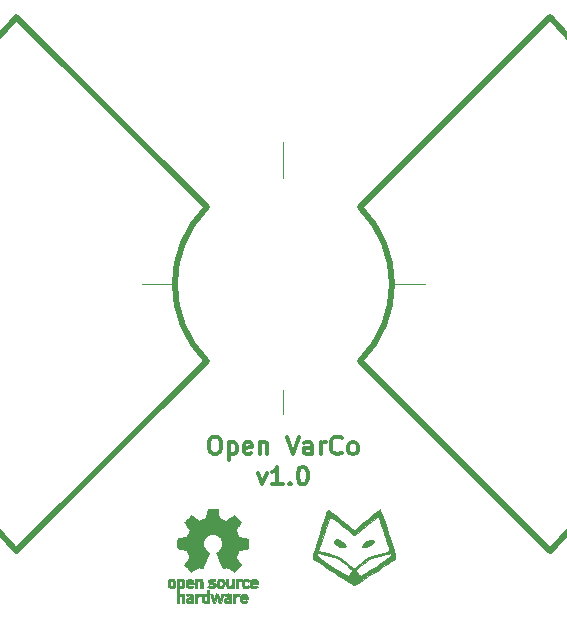
<source format=gbr>
G04 #@! TF.GenerationSoftware,KiCad,Pcbnew,5.1.5+dfsg1-2build2*
G04 #@! TF.CreationDate,2021-12-19T10:03:43+01:00*
G04 #@! TF.ProjectId,Drehko_large_Stator,44726568-6b6f-45f6-9c61-7267655f5374,1.0*
G04 #@! TF.SameCoordinates,Original*
G04 #@! TF.FileFunction,Legend,Top*
G04 #@! TF.FilePolarity,Positive*
%FSLAX46Y46*%
G04 Gerber Fmt 4.6, Leading zero omitted, Abs format (unit mm)*
G04 Created by KiCad (PCBNEW 5.1.5+dfsg1-2build2) date 2021-12-19 10:03:43*
%MOMM*%
%LPD*%
G04 APERTURE LIST*
%ADD10C,0.500000*%
%ADD11C,0.120000*%
%ADD12C,0.300000*%
%ADD13C,0.010000*%
G04 APERTURE END LIST*
D10*
X127400001Y-77400001D02*
X143500001Y-93500001D01*
D11*
X150000000Y-109000000D02*
X150000000Y-111000000D01*
X150000000Y-91000000D02*
X150000000Y-88000000D01*
X159000000Y-100000000D02*
X162000000Y-100000000D01*
X141000000Y-100000000D02*
X138000000Y-100000000D01*
D10*
X143500001Y-106499999D02*
X127400001Y-122599999D01*
X156499999Y-106499999D02*
X172599999Y-122599999D01*
X156499999Y-93500001D02*
X172599999Y-77400001D01*
X156499999Y-93500001D02*
G75*
G02X156499999Y-106499999I-6499999J-6499999D01*
G01*
X172599999Y-77400001D02*
G75*
G02X172599999Y-122599999I-22599999J-22599999D01*
G01*
X127400001Y-122599999D02*
G75*
G02X127400001Y-77400001I22599999J22599999D01*
G01*
X143500001Y-106499999D02*
G75*
G02X143500001Y-93500001I6499999J6499999D01*
G01*
D12*
X144071428Y-112903571D02*
X144357142Y-112903571D01*
X144500000Y-112975000D01*
X144642857Y-113117857D01*
X144714285Y-113403571D01*
X144714285Y-113903571D01*
X144642857Y-114189285D01*
X144500000Y-114332142D01*
X144357142Y-114403571D01*
X144071428Y-114403571D01*
X143928571Y-114332142D01*
X143785714Y-114189285D01*
X143714285Y-113903571D01*
X143714285Y-113403571D01*
X143785714Y-113117857D01*
X143928571Y-112975000D01*
X144071428Y-112903571D01*
X145357142Y-113403571D02*
X145357142Y-114903571D01*
X145357142Y-113475000D02*
X145500000Y-113403571D01*
X145785714Y-113403571D01*
X145928571Y-113475000D01*
X146000000Y-113546428D01*
X146071428Y-113689285D01*
X146071428Y-114117857D01*
X146000000Y-114260714D01*
X145928571Y-114332142D01*
X145785714Y-114403571D01*
X145500000Y-114403571D01*
X145357142Y-114332142D01*
X147285714Y-114332142D02*
X147142857Y-114403571D01*
X146857142Y-114403571D01*
X146714285Y-114332142D01*
X146642857Y-114189285D01*
X146642857Y-113617857D01*
X146714285Y-113475000D01*
X146857142Y-113403571D01*
X147142857Y-113403571D01*
X147285714Y-113475000D01*
X147357142Y-113617857D01*
X147357142Y-113760714D01*
X146642857Y-113903571D01*
X148000000Y-113403571D02*
X148000000Y-114403571D01*
X148000000Y-113546428D02*
X148071428Y-113475000D01*
X148214285Y-113403571D01*
X148428571Y-113403571D01*
X148571428Y-113475000D01*
X148642857Y-113617857D01*
X148642857Y-114403571D01*
X150285714Y-112903571D02*
X150785714Y-114403571D01*
X151285714Y-112903571D01*
X152428571Y-114403571D02*
X152428571Y-113617857D01*
X152357142Y-113475000D01*
X152214285Y-113403571D01*
X151928571Y-113403571D01*
X151785714Y-113475000D01*
X152428571Y-114332142D02*
X152285714Y-114403571D01*
X151928571Y-114403571D01*
X151785714Y-114332142D01*
X151714285Y-114189285D01*
X151714285Y-114046428D01*
X151785714Y-113903571D01*
X151928571Y-113832142D01*
X152285714Y-113832142D01*
X152428571Y-113760714D01*
X153142857Y-114403571D02*
X153142857Y-113403571D01*
X153142857Y-113689285D02*
X153214285Y-113546428D01*
X153285714Y-113475000D01*
X153428571Y-113403571D01*
X153571428Y-113403571D01*
X154928571Y-114260714D02*
X154857142Y-114332142D01*
X154642857Y-114403571D01*
X154500000Y-114403571D01*
X154285714Y-114332142D01*
X154142857Y-114189285D01*
X154071428Y-114046428D01*
X154000000Y-113760714D01*
X154000000Y-113546428D01*
X154071428Y-113260714D01*
X154142857Y-113117857D01*
X154285714Y-112975000D01*
X154500000Y-112903571D01*
X154642857Y-112903571D01*
X154857142Y-112975000D01*
X154928571Y-113046428D01*
X155785714Y-114403571D02*
X155642857Y-114332142D01*
X155571428Y-114260714D01*
X155500000Y-114117857D01*
X155500000Y-113689285D01*
X155571428Y-113546428D01*
X155642857Y-113475000D01*
X155785714Y-113403571D01*
X156000000Y-113403571D01*
X156142857Y-113475000D01*
X156214285Y-113546428D01*
X156285714Y-113689285D01*
X156285714Y-114117857D01*
X156214285Y-114260714D01*
X156142857Y-114332142D01*
X156000000Y-114403571D01*
X155785714Y-114403571D01*
X147857142Y-115953571D02*
X148214285Y-116953571D01*
X148571428Y-115953571D01*
X149928571Y-116953571D02*
X149071428Y-116953571D01*
X149500000Y-116953571D02*
X149500000Y-115453571D01*
X149357142Y-115667857D01*
X149214285Y-115810714D01*
X149071428Y-115882142D01*
X150571428Y-116810714D02*
X150642857Y-116882142D01*
X150571428Y-116953571D01*
X150500000Y-116882142D01*
X150571428Y-116810714D01*
X150571428Y-116953571D01*
X151571428Y-115453571D02*
X151714285Y-115453571D01*
X151857142Y-115525000D01*
X151928571Y-115596428D01*
X152000000Y-115739285D01*
X152071428Y-116025000D01*
X152071428Y-116382142D01*
X152000000Y-116667857D01*
X151928571Y-116810714D01*
X151857142Y-116882142D01*
X151714285Y-116953571D01*
X151571428Y-116953571D01*
X151428571Y-116882142D01*
X151357142Y-116810714D01*
X151285714Y-116667857D01*
X151214285Y-116382142D01*
X151214285Y-116025000D01*
X151285714Y-115739285D01*
X151357142Y-115596428D01*
X151428571Y-115525000D01*
X151571428Y-115453571D01*
D13*
G36*
X157576150Y-121683660D02*
G01*
X157666101Y-121786103D01*
X157610838Y-121934739D01*
X157407938Y-122102751D01*
X157192797Y-122202029D01*
X156963511Y-122262181D01*
X156771908Y-122275649D01*
X156669815Y-122234878D01*
X156664378Y-122211167D01*
X156715406Y-122109398D01*
X156837064Y-121940868D01*
X156863931Y-121907468D01*
X157106030Y-121708668D01*
X157344653Y-121653468D01*
X157576150Y-121683660D01*
G37*
X157576150Y-121683660D02*
X157666101Y-121786103D01*
X157610838Y-121934739D01*
X157407938Y-122102751D01*
X157192797Y-122202029D01*
X156963511Y-122262181D01*
X156771908Y-122275649D01*
X156669815Y-122234878D01*
X156664378Y-122211167D01*
X156715406Y-122109398D01*
X156837064Y-121940868D01*
X156863931Y-121907468D01*
X157106030Y-121708668D01*
X157344653Y-121653468D01*
X157576150Y-121683660D01*
G36*
X154696534Y-121648978D02*
G01*
X154895592Y-121776583D01*
X155097830Y-121939156D01*
X155251819Y-122095707D01*
X155306667Y-122198771D01*
X155234292Y-122248881D01*
X155060675Y-122266382D01*
X154851075Y-122249501D01*
X154714000Y-122214873D01*
X154560428Y-122125737D01*
X154397557Y-121996125D01*
X154273644Y-121848915D01*
X154284615Y-121734179D01*
X154302091Y-121710568D01*
X154463099Y-121612079D01*
X154552087Y-121597333D01*
X154696534Y-121648978D01*
G37*
X154696534Y-121648978D02*
X154895592Y-121776583D01*
X155097830Y-121939156D01*
X155251819Y-122095707D01*
X155306667Y-122198771D01*
X155234292Y-122248881D01*
X155060675Y-122266382D01*
X154851075Y-122249501D01*
X154714000Y-122214873D01*
X154560428Y-122125737D01*
X154397557Y-121996125D01*
X154273644Y-121848915D01*
X154284615Y-121734179D01*
X154302091Y-121710568D01*
X154463099Y-121612079D01*
X154552087Y-121597333D01*
X154696534Y-121648978D01*
G36*
X158218233Y-119135991D02*
G01*
X158300174Y-119353239D01*
X158418720Y-119688838D01*
X158566408Y-120121315D01*
X158735774Y-120629194D01*
X158890521Y-121102025D01*
X159098048Y-121746907D01*
X159254996Y-122249441D01*
X159365917Y-122627385D01*
X159435367Y-122898497D01*
X159467899Y-123080537D01*
X159468068Y-123191261D01*
X159440854Y-123248038D01*
X159345287Y-123317408D01*
X159135129Y-123459307D01*
X158834191Y-123658369D01*
X158466281Y-123899226D01*
X158055208Y-124166511D01*
X157624784Y-124444858D01*
X157198816Y-124718899D01*
X156801114Y-124973268D01*
X156455489Y-125192596D01*
X156185749Y-125361518D01*
X156015703Y-125464667D01*
X155967785Y-125489614D01*
X155892561Y-125444795D01*
X155695358Y-125320224D01*
X155396034Y-125128646D01*
X155014450Y-124882803D01*
X154570464Y-124595439D01*
X154252740Y-124389121D01*
X153774239Y-124076910D01*
X153341820Y-123792675D01*
X152976223Y-123550218D01*
X152698191Y-123363345D01*
X152528465Y-123245859D01*
X152486392Y-123213592D01*
X152494172Y-123119750D01*
X152539016Y-122930833D01*
X152852318Y-122930833D01*
X152927099Y-123040514D01*
X153149194Y-123228605D01*
X153516623Y-123493608D01*
X154027408Y-123834024D01*
X154143485Y-123909025D01*
X155433667Y-124739050D01*
X155624167Y-124518137D01*
X155753104Y-124349441D01*
X155807031Y-124245438D01*
X156153333Y-124245438D01*
X156206722Y-124367825D01*
X156334259Y-124530673D01*
X156400787Y-124603416D01*
X156459961Y-124651717D01*
X156532197Y-124666609D01*
X156637913Y-124639125D01*
X156797527Y-124560298D01*
X157031455Y-124421161D01*
X157360116Y-124212747D01*
X157803927Y-123926088D01*
X158000994Y-123798667D01*
X158488313Y-123473992D01*
X158839589Y-123217986D01*
X159050195Y-123034253D01*
X159115763Y-122930833D01*
X159093134Y-122805000D01*
X159067273Y-122782667D01*
X158944435Y-122803770D01*
X158705912Y-122858873D01*
X158398898Y-122935666D01*
X158070586Y-123021840D01*
X157768170Y-123105086D01*
X157538843Y-123173093D01*
X157445671Y-123205631D01*
X157273863Y-123302635D01*
X157038052Y-123465834D01*
X156774390Y-123666142D01*
X156519027Y-123874471D01*
X156308114Y-124061735D01*
X156177801Y-124198847D01*
X156153333Y-124245438D01*
X155807031Y-124245438D01*
X155813953Y-124232089D01*
X155814667Y-124225007D01*
X155753165Y-124148403D01*
X155592786Y-123999643D01*
X155369712Y-123808706D01*
X155120129Y-123605571D01*
X154880222Y-123420218D01*
X154686176Y-123282625D01*
X154648566Y-123258896D01*
X154518389Y-123206810D01*
X154271423Y-123127223D01*
X153955211Y-123033490D01*
X153617293Y-122938968D01*
X153305213Y-122857013D01*
X153066512Y-122800983D01*
X152957167Y-122783718D01*
X152868080Y-122852270D01*
X152852318Y-122930833D01*
X152539016Y-122930833D01*
X152548182Y-122892220D01*
X152627950Y-122601575D01*
X152952833Y-122601575D01*
X153769916Y-122797922D01*
X154169397Y-122900735D01*
X154467693Y-123002779D01*
X154726254Y-123133683D01*
X155006529Y-123323079D01*
X155264333Y-123518537D01*
X155550629Y-123738575D01*
X155782928Y-123914173D01*
X155931586Y-124023094D01*
X155969815Y-124047735D01*
X156044343Y-124001549D01*
X156221976Y-123873292D01*
X156472408Y-123685179D01*
X156647148Y-123551167D01*
X156976766Y-123306244D01*
X157249130Y-123137101D01*
X157526653Y-123013728D01*
X157871745Y-122906114D01*
X158128656Y-122838789D01*
X158479026Y-122747905D01*
X158761211Y-122670710D01*
X158939402Y-122617234D01*
X158982968Y-122599455D01*
X158969156Y-122509217D01*
X158909722Y-122291235D01*
X158814882Y-121976440D01*
X158694858Y-121595761D01*
X158559866Y-121180130D01*
X158420127Y-120760476D01*
X158285859Y-120367732D01*
X158167280Y-120032827D01*
X158074611Y-119786692D01*
X158018070Y-119660257D01*
X158008522Y-119650000D01*
X157925324Y-119702063D01*
X157738238Y-119845309D01*
X157471603Y-120060329D01*
X157149760Y-120327709D01*
X157000000Y-120454333D01*
X156661888Y-120738298D01*
X156368523Y-120978277D01*
X156144236Y-121154860D01*
X156013356Y-121248636D01*
X155991822Y-121258667D01*
X155908652Y-121206811D01*
X155721105Y-121064063D01*
X155453440Y-120849655D01*
X155129916Y-120582815D01*
X154971169Y-120449573D01*
X154631579Y-120170675D01*
X154336396Y-119942670D01*
X154109588Y-119782957D01*
X153975126Y-119708937D01*
X153950607Y-119708740D01*
X153905022Y-119807957D01*
X153816883Y-120040783D01*
X153696004Y-120379797D01*
X153552196Y-120797573D01*
X153420864Y-121189287D01*
X152952833Y-122601575D01*
X152627950Y-122601575D01*
X152640022Y-122557591D01*
X152761295Y-122142454D01*
X152903602Y-121673401D01*
X153058544Y-121177021D01*
X153217724Y-120679907D01*
X153372743Y-120208647D01*
X153515203Y-119789834D01*
X153636706Y-119450057D01*
X153728853Y-119215908D01*
X153780283Y-119116858D01*
X153861747Y-119146050D01*
X154047970Y-119269927D01*
X154316279Y-119471663D01*
X154643999Y-119734435D01*
X154891542Y-119941376D01*
X155246636Y-120240902D01*
X155555676Y-120497609D01*
X155796209Y-120693162D01*
X155945780Y-120809227D01*
X155984000Y-120833393D01*
X156059678Y-120781585D01*
X156241813Y-120638313D01*
X156507882Y-120421832D01*
X156835362Y-120150394D01*
X157079694Y-119945375D01*
X157436259Y-119647171D01*
X157747095Y-119391756D01*
X157989561Y-119197372D01*
X158141015Y-119082261D01*
X158180360Y-119058570D01*
X158218233Y-119135991D01*
G37*
X158218233Y-119135991D02*
X158300174Y-119353239D01*
X158418720Y-119688838D01*
X158566408Y-120121315D01*
X158735774Y-120629194D01*
X158890521Y-121102025D01*
X159098048Y-121746907D01*
X159254996Y-122249441D01*
X159365917Y-122627385D01*
X159435367Y-122898497D01*
X159467899Y-123080537D01*
X159468068Y-123191261D01*
X159440854Y-123248038D01*
X159345287Y-123317408D01*
X159135129Y-123459307D01*
X158834191Y-123658369D01*
X158466281Y-123899226D01*
X158055208Y-124166511D01*
X157624784Y-124444858D01*
X157198816Y-124718899D01*
X156801114Y-124973268D01*
X156455489Y-125192596D01*
X156185749Y-125361518D01*
X156015703Y-125464667D01*
X155967785Y-125489614D01*
X155892561Y-125444795D01*
X155695358Y-125320224D01*
X155396034Y-125128646D01*
X155014450Y-124882803D01*
X154570464Y-124595439D01*
X154252740Y-124389121D01*
X153774239Y-124076910D01*
X153341820Y-123792675D01*
X152976223Y-123550218D01*
X152698191Y-123363345D01*
X152528465Y-123245859D01*
X152486392Y-123213592D01*
X152494172Y-123119750D01*
X152539016Y-122930833D01*
X152852318Y-122930833D01*
X152927099Y-123040514D01*
X153149194Y-123228605D01*
X153516623Y-123493608D01*
X154027408Y-123834024D01*
X154143485Y-123909025D01*
X155433667Y-124739050D01*
X155624167Y-124518137D01*
X155753104Y-124349441D01*
X155807031Y-124245438D01*
X156153333Y-124245438D01*
X156206722Y-124367825D01*
X156334259Y-124530673D01*
X156400787Y-124603416D01*
X156459961Y-124651717D01*
X156532197Y-124666609D01*
X156637913Y-124639125D01*
X156797527Y-124560298D01*
X157031455Y-124421161D01*
X157360116Y-124212747D01*
X157803927Y-123926088D01*
X158000994Y-123798667D01*
X158488313Y-123473992D01*
X158839589Y-123217986D01*
X159050195Y-123034253D01*
X159115763Y-122930833D01*
X159093134Y-122805000D01*
X159067273Y-122782667D01*
X158944435Y-122803770D01*
X158705912Y-122858873D01*
X158398898Y-122935666D01*
X158070586Y-123021840D01*
X157768170Y-123105086D01*
X157538843Y-123173093D01*
X157445671Y-123205631D01*
X157273863Y-123302635D01*
X157038052Y-123465834D01*
X156774390Y-123666142D01*
X156519027Y-123874471D01*
X156308114Y-124061735D01*
X156177801Y-124198847D01*
X156153333Y-124245438D01*
X155807031Y-124245438D01*
X155813953Y-124232089D01*
X155814667Y-124225007D01*
X155753165Y-124148403D01*
X155592786Y-123999643D01*
X155369712Y-123808706D01*
X155120129Y-123605571D01*
X154880222Y-123420218D01*
X154686176Y-123282625D01*
X154648566Y-123258896D01*
X154518389Y-123206810D01*
X154271423Y-123127223D01*
X153955211Y-123033490D01*
X153617293Y-122938968D01*
X153305213Y-122857013D01*
X153066512Y-122800983D01*
X152957167Y-122783718D01*
X152868080Y-122852270D01*
X152852318Y-122930833D01*
X152539016Y-122930833D01*
X152548182Y-122892220D01*
X152627950Y-122601575D01*
X152952833Y-122601575D01*
X153769916Y-122797922D01*
X154169397Y-122900735D01*
X154467693Y-123002779D01*
X154726254Y-123133683D01*
X155006529Y-123323079D01*
X155264333Y-123518537D01*
X155550629Y-123738575D01*
X155782928Y-123914173D01*
X155931586Y-124023094D01*
X155969815Y-124047735D01*
X156044343Y-124001549D01*
X156221976Y-123873292D01*
X156472408Y-123685179D01*
X156647148Y-123551167D01*
X156976766Y-123306244D01*
X157249130Y-123137101D01*
X157526653Y-123013728D01*
X157871745Y-122906114D01*
X158128656Y-122838789D01*
X158479026Y-122747905D01*
X158761211Y-122670710D01*
X158939402Y-122617234D01*
X158982968Y-122599455D01*
X158969156Y-122509217D01*
X158909722Y-122291235D01*
X158814882Y-121976440D01*
X158694858Y-121595761D01*
X158559866Y-121180130D01*
X158420127Y-120760476D01*
X158285859Y-120367732D01*
X158167280Y-120032827D01*
X158074611Y-119786692D01*
X158018070Y-119660257D01*
X158008522Y-119650000D01*
X157925324Y-119702063D01*
X157738238Y-119845309D01*
X157471603Y-120060329D01*
X157149760Y-120327709D01*
X157000000Y-120454333D01*
X156661888Y-120738298D01*
X156368523Y-120978277D01*
X156144236Y-121154860D01*
X156013356Y-121248636D01*
X155991822Y-121258667D01*
X155908652Y-121206811D01*
X155721105Y-121064063D01*
X155453440Y-120849655D01*
X155129916Y-120582815D01*
X154971169Y-120449573D01*
X154631579Y-120170675D01*
X154336396Y-119942670D01*
X154109588Y-119782957D01*
X153975126Y-119708937D01*
X153950607Y-119708740D01*
X153905022Y-119807957D01*
X153816883Y-120040783D01*
X153696004Y-120379797D01*
X153552196Y-120797573D01*
X153420864Y-121189287D01*
X152952833Y-122601575D01*
X152627950Y-122601575D01*
X152640022Y-122557591D01*
X152761295Y-122142454D01*
X152903602Y-121673401D01*
X153058544Y-121177021D01*
X153217724Y-120679907D01*
X153372743Y-120208647D01*
X153515203Y-119789834D01*
X153636706Y-119450057D01*
X153728853Y-119215908D01*
X153780283Y-119116858D01*
X153861747Y-119146050D01*
X154047970Y-119269927D01*
X154316279Y-119471663D01*
X154643999Y-119734435D01*
X154891542Y-119941376D01*
X155246636Y-120240902D01*
X155555676Y-120497609D01*
X155796209Y-120693162D01*
X155945780Y-120809227D01*
X155984000Y-120833393D01*
X156059678Y-120781585D01*
X156241813Y-120638313D01*
X156507882Y-120421832D01*
X156835362Y-120150394D01*
X157079694Y-119945375D01*
X157436259Y-119647171D01*
X157747095Y-119391756D01*
X157989561Y-119197372D01*
X158141015Y-119082261D01*
X158180360Y-119058570D01*
X158218233Y-119135991D01*
G36*
X144500964Y-119398576D02*
G01*
X144576513Y-119799322D01*
X145134041Y-120029154D01*
X145468465Y-119801748D01*
X145562122Y-119738431D01*
X145646782Y-119681896D01*
X145718495Y-119634727D01*
X145773311Y-119599502D01*
X145807280Y-119578805D01*
X145816530Y-119574342D01*
X145833195Y-119585820D01*
X145868806Y-119617551D01*
X145919371Y-119665483D01*
X145980900Y-119725562D01*
X146049399Y-119793733D01*
X146120879Y-119865945D01*
X146191347Y-119938142D01*
X146256811Y-120006273D01*
X146313280Y-120066283D01*
X146356763Y-120114119D01*
X146383268Y-120145727D01*
X146389605Y-120156305D01*
X146380486Y-120175806D01*
X146354920Y-120218531D01*
X146315597Y-120280298D01*
X146265203Y-120356931D01*
X146206427Y-120444248D01*
X146172368Y-120494052D01*
X146110289Y-120584993D01*
X146055126Y-120667059D01*
X146009554Y-120736163D01*
X145976250Y-120788222D01*
X145957890Y-120819150D01*
X145955131Y-120825650D01*
X145961385Y-120844121D01*
X145978434Y-120887172D01*
X146003703Y-120948749D01*
X146034622Y-121022799D01*
X146068618Y-121103270D01*
X146103118Y-121184107D01*
X146135551Y-121259258D01*
X146163343Y-121322671D01*
X146183923Y-121368293D01*
X146194719Y-121390069D01*
X146195356Y-121390926D01*
X146212307Y-121395084D01*
X146257451Y-121404361D01*
X146326110Y-121417844D01*
X146413602Y-121434621D01*
X146515250Y-121453781D01*
X146574556Y-121464830D01*
X146683172Y-121485510D01*
X146781277Y-121505189D01*
X146863909Y-121522789D01*
X146926104Y-121537233D01*
X146962899Y-121547446D01*
X146970296Y-121550686D01*
X146977540Y-121572617D01*
X146983385Y-121622147D01*
X146987835Y-121693485D01*
X146990893Y-121780839D01*
X146992565Y-121878417D01*
X146992853Y-121980426D01*
X146991761Y-122081075D01*
X146989294Y-122174572D01*
X146985456Y-122255125D01*
X146980250Y-122316942D01*
X146973681Y-122354230D01*
X146969741Y-122361993D01*
X146946188Y-122371298D01*
X146896282Y-122384600D01*
X146826623Y-122400337D01*
X146743813Y-122416946D01*
X146714905Y-122422319D01*
X146575531Y-122447848D01*
X146465436Y-122468408D01*
X146380982Y-122484815D01*
X146318530Y-122497887D01*
X146274444Y-122508441D01*
X146245085Y-122517294D01*
X146226815Y-122525263D01*
X146215998Y-122533165D01*
X146214485Y-122534727D01*
X146199377Y-122559886D01*
X146176329Y-122608850D01*
X146147644Y-122675621D01*
X146115622Y-122754205D01*
X146082565Y-122838607D01*
X146050773Y-122922830D01*
X146022549Y-123000879D01*
X146000193Y-123066759D01*
X145986007Y-123114473D01*
X145982293Y-123138027D01*
X145982602Y-123138852D01*
X145995189Y-123158104D01*
X146023744Y-123200463D01*
X146065267Y-123261521D01*
X146116756Y-123336868D01*
X146175211Y-123422096D01*
X146191858Y-123446315D01*
X146251215Y-123534123D01*
X146303447Y-123614238D01*
X146345708Y-123682062D01*
X146375153Y-123732993D01*
X146388937Y-123762431D01*
X146389605Y-123766048D01*
X146378024Y-123785057D01*
X146346024Y-123822714D01*
X146297718Y-123874973D01*
X146237220Y-123937786D01*
X146168644Y-124007106D01*
X146096104Y-124078885D01*
X146023712Y-124149077D01*
X145955584Y-124213635D01*
X145895832Y-124268510D01*
X145848571Y-124309656D01*
X145817913Y-124333026D01*
X145809432Y-124336842D01*
X145789691Y-124327855D01*
X145749274Y-124303616D01*
X145694763Y-124268209D01*
X145652823Y-124239711D01*
X145576829Y-124187418D01*
X145486834Y-124125845D01*
X145396564Y-124064370D01*
X145348032Y-124031469D01*
X145183762Y-123920359D01*
X145045869Y-123994916D01*
X144983049Y-124027578D01*
X144929629Y-124052966D01*
X144893484Y-124067446D01*
X144884284Y-124069460D01*
X144873221Y-124054584D01*
X144851394Y-124012547D01*
X144820434Y-123947227D01*
X144781970Y-123862500D01*
X144737632Y-123762245D01*
X144689047Y-123650339D01*
X144637846Y-123530659D01*
X144585659Y-123407084D01*
X144534113Y-123283491D01*
X144484840Y-123163757D01*
X144439467Y-123051759D01*
X144399625Y-122951377D01*
X144366942Y-122866486D01*
X144343049Y-122800965D01*
X144329574Y-122758690D01*
X144327406Y-122744172D01*
X144344583Y-122725653D01*
X144382190Y-122695590D01*
X144432366Y-122660232D01*
X144436578Y-122657434D01*
X144566264Y-122553625D01*
X144670834Y-122432515D01*
X144749381Y-122297976D01*
X144800999Y-122153882D01*
X144824782Y-122004105D01*
X144819823Y-121852517D01*
X144785217Y-121702992D01*
X144720057Y-121559400D01*
X144700886Y-121527984D01*
X144601174Y-121401125D01*
X144483377Y-121299255D01*
X144351571Y-121222904D01*
X144209833Y-121172602D01*
X144062242Y-121148879D01*
X143912873Y-121152265D01*
X143765803Y-121183288D01*
X143625111Y-121242480D01*
X143494873Y-121330369D01*
X143454586Y-121366042D01*
X143352055Y-121477706D01*
X143277341Y-121595257D01*
X143226090Y-121727020D01*
X143197546Y-121857507D01*
X143190500Y-122004216D01*
X143213996Y-122151653D01*
X143265649Y-122294834D01*
X143343071Y-122428777D01*
X143443875Y-122548498D01*
X143565676Y-122649014D01*
X143581684Y-122659609D01*
X143632398Y-122694306D01*
X143670950Y-122724370D01*
X143689381Y-122743565D01*
X143689649Y-122744172D01*
X143685692Y-122764936D01*
X143670007Y-122812062D01*
X143644222Y-122881673D01*
X143609969Y-122969893D01*
X143568877Y-123072844D01*
X143522576Y-123186650D01*
X143472696Y-123307435D01*
X143420867Y-123431321D01*
X143368719Y-123554432D01*
X143317882Y-123672891D01*
X143269987Y-123782823D01*
X143226662Y-123880349D01*
X143189538Y-123961593D01*
X143160244Y-124022679D01*
X143140412Y-124059730D01*
X143132426Y-124069460D01*
X143108021Y-124061883D01*
X143062358Y-124041560D01*
X143003310Y-124012125D01*
X142970840Y-123994916D01*
X142832947Y-123920359D01*
X142668677Y-124031469D01*
X142584821Y-124088390D01*
X142493013Y-124151030D01*
X142406980Y-124210011D01*
X142363887Y-124239711D01*
X142303277Y-124280410D01*
X142251955Y-124312663D01*
X142216615Y-124332384D01*
X142205137Y-124336554D01*
X142188430Y-124325307D01*
X142151454Y-124293911D01*
X142097795Y-124245624D01*
X142031038Y-124183708D01*
X141954766Y-124111421D01*
X141906527Y-124065008D01*
X141822133Y-123982087D01*
X141749197Y-123907920D01*
X141690669Y-123845680D01*
X141649497Y-123798541D01*
X141628628Y-123769673D01*
X141626626Y-123763815D01*
X141635917Y-123741532D01*
X141661591Y-123696477D01*
X141700800Y-123633211D01*
X141750697Y-123556295D01*
X141808433Y-123470292D01*
X141824851Y-123446315D01*
X141884677Y-123359170D01*
X141938350Y-123280710D01*
X141982870Y-123215345D01*
X142015235Y-123167484D01*
X142032445Y-123141535D01*
X142034107Y-123138852D01*
X142031621Y-123118172D01*
X142018423Y-123072704D01*
X141996814Y-123008444D01*
X141969096Y-122931387D01*
X141937570Y-122847529D01*
X141904537Y-122762866D01*
X141872299Y-122683392D01*
X141843157Y-122615104D01*
X141819412Y-122563997D01*
X141803365Y-122536067D01*
X141802225Y-122534727D01*
X141792412Y-122526745D01*
X141775839Y-122518851D01*
X141748868Y-122510229D01*
X141707861Y-122500062D01*
X141649180Y-122487531D01*
X141569187Y-122471821D01*
X141464245Y-122452113D01*
X141330715Y-122427592D01*
X141301804Y-122422319D01*
X141216118Y-122405764D01*
X141141418Y-122389569D01*
X141084306Y-122375296D01*
X141051383Y-122364508D01*
X141046969Y-122361993D01*
X141039694Y-122339696D01*
X141033781Y-122289869D01*
X141029234Y-122218304D01*
X141026055Y-122130793D01*
X141024251Y-122033128D01*
X141023823Y-121931101D01*
X141024777Y-121830503D01*
X141027116Y-121737127D01*
X141030844Y-121656765D01*
X141035966Y-121595209D01*
X141042484Y-121558250D01*
X141046414Y-121550686D01*
X141068292Y-121543056D01*
X141118109Y-121530642D01*
X141190903Y-121514522D01*
X141281711Y-121495773D01*
X141385569Y-121475471D01*
X141442154Y-121464830D01*
X141549514Y-121444760D01*
X141645254Y-121426580D01*
X141724694Y-121411199D01*
X141783154Y-121399531D01*
X141815955Y-121392488D01*
X141821354Y-121390926D01*
X141830478Y-121373322D01*
X141849765Y-121330918D01*
X141876645Y-121269772D01*
X141908546Y-121195943D01*
X141942898Y-121115489D01*
X141977129Y-121034468D01*
X142008669Y-120958937D01*
X142034946Y-120894955D01*
X142053389Y-120848580D01*
X142061429Y-120825869D01*
X142061578Y-120824876D01*
X142052465Y-120806961D01*
X142026914Y-120765733D01*
X141987612Y-120705291D01*
X141937243Y-120629731D01*
X141878494Y-120543152D01*
X141844342Y-120493421D01*
X141782110Y-120402236D01*
X141726836Y-120319449D01*
X141681218Y-120249249D01*
X141647952Y-120195824D01*
X141629736Y-120163361D01*
X141627105Y-120156083D01*
X141638414Y-120139145D01*
X141669681Y-120102978D01*
X141716910Y-120051635D01*
X141776108Y-119989167D01*
X141843281Y-119919626D01*
X141914434Y-119847065D01*
X141985574Y-119775535D01*
X142052707Y-119709087D01*
X142111839Y-119651774D01*
X142158975Y-119607647D01*
X142190123Y-119580759D01*
X142200543Y-119574342D01*
X142217509Y-119583365D01*
X142258089Y-119608715D01*
X142318337Y-119647810D01*
X142394307Y-119698071D01*
X142482054Y-119756917D01*
X142548244Y-119801748D01*
X142882668Y-120029154D01*
X143161433Y-119914238D01*
X143440197Y-119799322D01*
X143515746Y-119398576D01*
X143591294Y-118997829D01*
X144425415Y-118997829D01*
X144500964Y-119398576D01*
G37*
X144500964Y-119398576D02*
X144576513Y-119799322D01*
X145134041Y-120029154D01*
X145468465Y-119801748D01*
X145562122Y-119738431D01*
X145646782Y-119681896D01*
X145718495Y-119634727D01*
X145773311Y-119599502D01*
X145807280Y-119578805D01*
X145816530Y-119574342D01*
X145833195Y-119585820D01*
X145868806Y-119617551D01*
X145919371Y-119665483D01*
X145980900Y-119725562D01*
X146049399Y-119793733D01*
X146120879Y-119865945D01*
X146191347Y-119938142D01*
X146256811Y-120006273D01*
X146313280Y-120066283D01*
X146356763Y-120114119D01*
X146383268Y-120145727D01*
X146389605Y-120156305D01*
X146380486Y-120175806D01*
X146354920Y-120218531D01*
X146315597Y-120280298D01*
X146265203Y-120356931D01*
X146206427Y-120444248D01*
X146172368Y-120494052D01*
X146110289Y-120584993D01*
X146055126Y-120667059D01*
X146009554Y-120736163D01*
X145976250Y-120788222D01*
X145957890Y-120819150D01*
X145955131Y-120825650D01*
X145961385Y-120844121D01*
X145978434Y-120887172D01*
X146003703Y-120948749D01*
X146034622Y-121022799D01*
X146068618Y-121103270D01*
X146103118Y-121184107D01*
X146135551Y-121259258D01*
X146163343Y-121322671D01*
X146183923Y-121368293D01*
X146194719Y-121390069D01*
X146195356Y-121390926D01*
X146212307Y-121395084D01*
X146257451Y-121404361D01*
X146326110Y-121417844D01*
X146413602Y-121434621D01*
X146515250Y-121453781D01*
X146574556Y-121464830D01*
X146683172Y-121485510D01*
X146781277Y-121505189D01*
X146863909Y-121522789D01*
X146926104Y-121537233D01*
X146962899Y-121547446D01*
X146970296Y-121550686D01*
X146977540Y-121572617D01*
X146983385Y-121622147D01*
X146987835Y-121693485D01*
X146990893Y-121780839D01*
X146992565Y-121878417D01*
X146992853Y-121980426D01*
X146991761Y-122081075D01*
X146989294Y-122174572D01*
X146985456Y-122255125D01*
X146980250Y-122316942D01*
X146973681Y-122354230D01*
X146969741Y-122361993D01*
X146946188Y-122371298D01*
X146896282Y-122384600D01*
X146826623Y-122400337D01*
X146743813Y-122416946D01*
X146714905Y-122422319D01*
X146575531Y-122447848D01*
X146465436Y-122468408D01*
X146380982Y-122484815D01*
X146318530Y-122497887D01*
X146274444Y-122508441D01*
X146245085Y-122517294D01*
X146226815Y-122525263D01*
X146215998Y-122533165D01*
X146214485Y-122534727D01*
X146199377Y-122559886D01*
X146176329Y-122608850D01*
X146147644Y-122675621D01*
X146115622Y-122754205D01*
X146082565Y-122838607D01*
X146050773Y-122922830D01*
X146022549Y-123000879D01*
X146000193Y-123066759D01*
X145986007Y-123114473D01*
X145982293Y-123138027D01*
X145982602Y-123138852D01*
X145995189Y-123158104D01*
X146023744Y-123200463D01*
X146065267Y-123261521D01*
X146116756Y-123336868D01*
X146175211Y-123422096D01*
X146191858Y-123446315D01*
X146251215Y-123534123D01*
X146303447Y-123614238D01*
X146345708Y-123682062D01*
X146375153Y-123732993D01*
X146388937Y-123762431D01*
X146389605Y-123766048D01*
X146378024Y-123785057D01*
X146346024Y-123822714D01*
X146297718Y-123874973D01*
X146237220Y-123937786D01*
X146168644Y-124007106D01*
X146096104Y-124078885D01*
X146023712Y-124149077D01*
X145955584Y-124213635D01*
X145895832Y-124268510D01*
X145848571Y-124309656D01*
X145817913Y-124333026D01*
X145809432Y-124336842D01*
X145789691Y-124327855D01*
X145749274Y-124303616D01*
X145694763Y-124268209D01*
X145652823Y-124239711D01*
X145576829Y-124187418D01*
X145486834Y-124125845D01*
X145396564Y-124064370D01*
X145348032Y-124031469D01*
X145183762Y-123920359D01*
X145045869Y-123994916D01*
X144983049Y-124027578D01*
X144929629Y-124052966D01*
X144893484Y-124067446D01*
X144884284Y-124069460D01*
X144873221Y-124054584D01*
X144851394Y-124012547D01*
X144820434Y-123947227D01*
X144781970Y-123862500D01*
X144737632Y-123762245D01*
X144689047Y-123650339D01*
X144637846Y-123530659D01*
X144585659Y-123407084D01*
X144534113Y-123283491D01*
X144484840Y-123163757D01*
X144439467Y-123051759D01*
X144399625Y-122951377D01*
X144366942Y-122866486D01*
X144343049Y-122800965D01*
X144329574Y-122758690D01*
X144327406Y-122744172D01*
X144344583Y-122725653D01*
X144382190Y-122695590D01*
X144432366Y-122660232D01*
X144436578Y-122657434D01*
X144566264Y-122553625D01*
X144670834Y-122432515D01*
X144749381Y-122297976D01*
X144800999Y-122153882D01*
X144824782Y-122004105D01*
X144819823Y-121852517D01*
X144785217Y-121702992D01*
X144720057Y-121559400D01*
X144700886Y-121527984D01*
X144601174Y-121401125D01*
X144483377Y-121299255D01*
X144351571Y-121222904D01*
X144209833Y-121172602D01*
X144062242Y-121148879D01*
X143912873Y-121152265D01*
X143765803Y-121183288D01*
X143625111Y-121242480D01*
X143494873Y-121330369D01*
X143454586Y-121366042D01*
X143352055Y-121477706D01*
X143277341Y-121595257D01*
X143226090Y-121727020D01*
X143197546Y-121857507D01*
X143190500Y-122004216D01*
X143213996Y-122151653D01*
X143265649Y-122294834D01*
X143343071Y-122428777D01*
X143443875Y-122548498D01*
X143565676Y-122649014D01*
X143581684Y-122659609D01*
X143632398Y-122694306D01*
X143670950Y-122724370D01*
X143689381Y-122743565D01*
X143689649Y-122744172D01*
X143685692Y-122764936D01*
X143670007Y-122812062D01*
X143644222Y-122881673D01*
X143609969Y-122969893D01*
X143568877Y-123072844D01*
X143522576Y-123186650D01*
X143472696Y-123307435D01*
X143420867Y-123431321D01*
X143368719Y-123554432D01*
X143317882Y-123672891D01*
X143269987Y-123782823D01*
X143226662Y-123880349D01*
X143189538Y-123961593D01*
X143160244Y-124022679D01*
X143140412Y-124059730D01*
X143132426Y-124069460D01*
X143108021Y-124061883D01*
X143062358Y-124041560D01*
X143003310Y-124012125D01*
X142970840Y-123994916D01*
X142832947Y-123920359D01*
X142668677Y-124031469D01*
X142584821Y-124088390D01*
X142493013Y-124151030D01*
X142406980Y-124210011D01*
X142363887Y-124239711D01*
X142303277Y-124280410D01*
X142251955Y-124312663D01*
X142216615Y-124332384D01*
X142205137Y-124336554D01*
X142188430Y-124325307D01*
X142151454Y-124293911D01*
X142097795Y-124245624D01*
X142031038Y-124183708D01*
X141954766Y-124111421D01*
X141906527Y-124065008D01*
X141822133Y-123982087D01*
X141749197Y-123907920D01*
X141690669Y-123845680D01*
X141649497Y-123798541D01*
X141628628Y-123769673D01*
X141626626Y-123763815D01*
X141635917Y-123741532D01*
X141661591Y-123696477D01*
X141700800Y-123633211D01*
X141750697Y-123556295D01*
X141808433Y-123470292D01*
X141824851Y-123446315D01*
X141884677Y-123359170D01*
X141938350Y-123280710D01*
X141982870Y-123215345D01*
X142015235Y-123167484D01*
X142032445Y-123141535D01*
X142034107Y-123138852D01*
X142031621Y-123118172D01*
X142018423Y-123072704D01*
X141996814Y-123008444D01*
X141969096Y-122931387D01*
X141937570Y-122847529D01*
X141904537Y-122762866D01*
X141872299Y-122683392D01*
X141843157Y-122615104D01*
X141819412Y-122563997D01*
X141803365Y-122536067D01*
X141802225Y-122534727D01*
X141792412Y-122526745D01*
X141775839Y-122518851D01*
X141748868Y-122510229D01*
X141707861Y-122500062D01*
X141649180Y-122487531D01*
X141569187Y-122471821D01*
X141464245Y-122452113D01*
X141330715Y-122427592D01*
X141301804Y-122422319D01*
X141216118Y-122405764D01*
X141141418Y-122389569D01*
X141084306Y-122375296D01*
X141051383Y-122364508D01*
X141046969Y-122361993D01*
X141039694Y-122339696D01*
X141033781Y-122289869D01*
X141029234Y-122218304D01*
X141026055Y-122130793D01*
X141024251Y-122033128D01*
X141023823Y-121931101D01*
X141024777Y-121830503D01*
X141027116Y-121737127D01*
X141030844Y-121656765D01*
X141035966Y-121595209D01*
X141042484Y-121558250D01*
X141046414Y-121550686D01*
X141068292Y-121543056D01*
X141118109Y-121530642D01*
X141190903Y-121514522D01*
X141281711Y-121495773D01*
X141385569Y-121475471D01*
X141442154Y-121464830D01*
X141549514Y-121444760D01*
X141645254Y-121426580D01*
X141724694Y-121411199D01*
X141783154Y-121399531D01*
X141815955Y-121392488D01*
X141821354Y-121390926D01*
X141830478Y-121373322D01*
X141849765Y-121330918D01*
X141876645Y-121269772D01*
X141908546Y-121195943D01*
X141942898Y-121115489D01*
X141977129Y-121034468D01*
X142008669Y-120958937D01*
X142034946Y-120894955D01*
X142053389Y-120848580D01*
X142061429Y-120825869D01*
X142061578Y-120824876D01*
X142052465Y-120806961D01*
X142026914Y-120765733D01*
X141987612Y-120705291D01*
X141937243Y-120629731D01*
X141878494Y-120543152D01*
X141844342Y-120493421D01*
X141782110Y-120402236D01*
X141726836Y-120319449D01*
X141681218Y-120249249D01*
X141647952Y-120195824D01*
X141629736Y-120163361D01*
X141627105Y-120156083D01*
X141638414Y-120139145D01*
X141669681Y-120102978D01*
X141716910Y-120051635D01*
X141776108Y-119989167D01*
X141843281Y-119919626D01*
X141914434Y-119847065D01*
X141985574Y-119775535D01*
X142052707Y-119709087D01*
X142111839Y-119651774D01*
X142158975Y-119607647D01*
X142190123Y-119580759D01*
X142200543Y-119574342D01*
X142217509Y-119583365D01*
X142258089Y-119608715D01*
X142318337Y-119647810D01*
X142394307Y-119698071D01*
X142482054Y-119756917D01*
X142548244Y-119801748D01*
X142882668Y-120029154D01*
X143161433Y-119914238D01*
X143440197Y-119799322D01*
X143515746Y-119398576D01*
X143591294Y-118997829D01*
X144425415Y-118997829D01*
X144500964Y-119398576D01*
G36*
X146391388Y-124937645D02*
G01*
X146448865Y-124955206D01*
X146485872Y-124977395D01*
X146497927Y-124994942D01*
X146494609Y-125015742D01*
X146473079Y-125048419D01*
X146454874Y-125071562D01*
X146417344Y-125113402D01*
X146389148Y-125131005D01*
X146365111Y-125129856D01*
X146293808Y-125111710D01*
X146241442Y-125112534D01*
X146198918Y-125133098D01*
X146184642Y-125145134D01*
X146138947Y-125187483D01*
X146138947Y-125740526D01*
X145955131Y-125740526D01*
X145955131Y-124938421D01*
X146047039Y-124938421D01*
X146102219Y-124940603D01*
X146130688Y-124948351D01*
X146138943Y-124963468D01*
X146138947Y-124963916D01*
X146142845Y-124979749D01*
X146160474Y-124977684D01*
X146184901Y-124966261D01*
X146235350Y-124945005D01*
X146276316Y-124932216D01*
X146329028Y-124928938D01*
X146391388Y-124937645D01*
G37*
X146391388Y-124937645D02*
X146448865Y-124955206D01*
X146485872Y-124977395D01*
X146497927Y-124994942D01*
X146494609Y-125015742D01*
X146473079Y-125048419D01*
X146454874Y-125071562D01*
X146417344Y-125113402D01*
X146389148Y-125131005D01*
X146365111Y-125129856D01*
X146293808Y-125111710D01*
X146241442Y-125112534D01*
X146198918Y-125133098D01*
X146184642Y-125145134D01*
X146138947Y-125187483D01*
X146138947Y-125740526D01*
X145955131Y-125740526D01*
X145955131Y-124938421D01*
X146047039Y-124938421D01*
X146102219Y-124940603D01*
X146130688Y-124948351D01*
X146138943Y-124963468D01*
X146138947Y-124963916D01*
X146142845Y-124979749D01*
X146160474Y-124977684D01*
X146184901Y-124966261D01*
X146235350Y-124945005D01*
X146276316Y-124932216D01*
X146329028Y-124928938D01*
X146391388Y-124937645D01*
G36*
X142997957Y-124952226D02*
G01*
X143039546Y-124972090D01*
X143079825Y-125000784D01*
X143110510Y-125033809D01*
X143132861Y-125075931D01*
X143148136Y-125131915D01*
X143157592Y-125206528D01*
X143162487Y-125304535D01*
X143164081Y-125430702D01*
X143164106Y-125443914D01*
X143164473Y-125740526D01*
X142980657Y-125740526D01*
X142980657Y-125467081D01*
X142980527Y-125365777D01*
X142979621Y-125292353D01*
X142977173Y-125241271D01*
X142972414Y-125206990D01*
X142964574Y-125183971D01*
X142952885Y-125166673D01*
X142936602Y-125149581D01*
X142879634Y-125112857D01*
X142817445Y-125106042D01*
X142758199Y-125129261D01*
X142737595Y-125146543D01*
X142722470Y-125162791D01*
X142711610Y-125180191D01*
X142704310Y-125204212D01*
X142699863Y-125240322D01*
X142697564Y-125293988D01*
X142696704Y-125370680D01*
X142696578Y-125464043D01*
X142696578Y-125740526D01*
X142512763Y-125740526D01*
X142512763Y-124938421D01*
X142604671Y-124938421D01*
X142659851Y-124940603D01*
X142688320Y-124948351D01*
X142696575Y-124963468D01*
X142696578Y-124963916D01*
X142700408Y-124978720D01*
X142717301Y-124977040D01*
X142750888Y-124960773D01*
X142827063Y-124936840D01*
X142914200Y-124934178D01*
X142997957Y-124952226D01*
G37*
X142997957Y-124952226D02*
X143039546Y-124972090D01*
X143079825Y-125000784D01*
X143110510Y-125033809D01*
X143132861Y-125075931D01*
X143148136Y-125131915D01*
X143157592Y-125206528D01*
X143162487Y-125304535D01*
X143164081Y-125430702D01*
X143164106Y-125443914D01*
X143164473Y-125740526D01*
X142980657Y-125740526D01*
X142980657Y-125467081D01*
X142980527Y-125365777D01*
X142979621Y-125292353D01*
X142977173Y-125241271D01*
X142972414Y-125206990D01*
X142964574Y-125183971D01*
X142952885Y-125166673D01*
X142936602Y-125149581D01*
X142879634Y-125112857D01*
X142817445Y-125106042D01*
X142758199Y-125129261D01*
X142737595Y-125146543D01*
X142722470Y-125162791D01*
X142711610Y-125180191D01*
X142704310Y-125204212D01*
X142699863Y-125240322D01*
X142697564Y-125293988D01*
X142696704Y-125370680D01*
X142696578Y-125464043D01*
X142696578Y-125740526D01*
X142512763Y-125740526D01*
X142512763Y-124938421D01*
X142604671Y-124938421D01*
X142659851Y-124940603D01*
X142688320Y-124948351D01*
X142696575Y-124963468D01*
X142696578Y-124963916D01*
X142700408Y-124978720D01*
X142717301Y-124977040D01*
X142750888Y-124960773D01*
X142827063Y-124936840D01*
X142914200Y-124934178D01*
X142997957Y-124952226D01*
G36*
X147558784Y-124935554D02*
G01*
X147601574Y-124945949D01*
X147683609Y-124984013D01*
X147753757Y-125042149D01*
X147802305Y-125111852D01*
X147808975Y-125127502D01*
X147818124Y-125168496D01*
X147824529Y-125229138D01*
X147826710Y-125290430D01*
X147826710Y-125406316D01*
X147584407Y-125406316D01*
X147484471Y-125406693D01*
X147414069Y-125408987D01*
X147369313Y-125414938D01*
X147346315Y-125426285D01*
X147341189Y-125444771D01*
X147350048Y-125472136D01*
X147365917Y-125504155D01*
X147410184Y-125557592D01*
X147471699Y-125584215D01*
X147546885Y-125583347D01*
X147632053Y-125554371D01*
X147705659Y-125518611D01*
X147766734Y-125566904D01*
X147827810Y-125615197D01*
X147770351Y-125668285D01*
X147693641Y-125718445D01*
X147599302Y-125748688D01*
X147497827Y-125757151D01*
X147399711Y-125741974D01*
X147383881Y-125736824D01*
X147297647Y-125691791D01*
X147233501Y-125624652D01*
X147190091Y-125533405D01*
X147166064Y-125416044D01*
X147165784Y-125413529D01*
X147163633Y-125285627D01*
X147172329Y-125239997D01*
X147342105Y-125239997D01*
X147357697Y-125247013D01*
X147400029Y-125252388D01*
X147462434Y-125255457D01*
X147501981Y-125255921D01*
X147575728Y-125255630D01*
X147621840Y-125253783D01*
X147646100Y-125248912D01*
X147654294Y-125239555D01*
X147652206Y-125224245D01*
X147650455Y-125218322D01*
X147620560Y-125162668D01*
X147573542Y-125117815D01*
X147532049Y-125098105D01*
X147476926Y-125099295D01*
X147421068Y-125123875D01*
X147374212Y-125164570D01*
X147346094Y-125214108D01*
X147342105Y-125239997D01*
X147172329Y-125239997D01*
X147185074Y-125173133D01*
X147227611Y-125078727D01*
X147288747Y-125005088D01*
X147365985Y-124954893D01*
X147456830Y-124930822D01*
X147558784Y-124935554D01*
G37*
X147558784Y-124935554D02*
X147601574Y-124945949D01*
X147683609Y-124984013D01*
X147753757Y-125042149D01*
X147802305Y-125111852D01*
X147808975Y-125127502D01*
X147818124Y-125168496D01*
X147824529Y-125229138D01*
X147826710Y-125290430D01*
X147826710Y-125406316D01*
X147584407Y-125406316D01*
X147484471Y-125406693D01*
X147414069Y-125408987D01*
X147369313Y-125414938D01*
X147346315Y-125426285D01*
X147341189Y-125444771D01*
X147350048Y-125472136D01*
X147365917Y-125504155D01*
X147410184Y-125557592D01*
X147471699Y-125584215D01*
X147546885Y-125583347D01*
X147632053Y-125554371D01*
X147705659Y-125518611D01*
X147766734Y-125566904D01*
X147827810Y-125615197D01*
X147770351Y-125668285D01*
X147693641Y-125718445D01*
X147599302Y-125748688D01*
X147497827Y-125757151D01*
X147399711Y-125741974D01*
X147383881Y-125736824D01*
X147297647Y-125691791D01*
X147233501Y-125624652D01*
X147190091Y-125533405D01*
X147166064Y-125416044D01*
X147165784Y-125413529D01*
X147163633Y-125285627D01*
X147172329Y-125239997D01*
X147342105Y-125239997D01*
X147357697Y-125247013D01*
X147400029Y-125252388D01*
X147462434Y-125255457D01*
X147501981Y-125255921D01*
X147575728Y-125255630D01*
X147621840Y-125253783D01*
X147646100Y-125248912D01*
X147654294Y-125239555D01*
X147652206Y-125224245D01*
X147650455Y-125218322D01*
X147620560Y-125162668D01*
X147573542Y-125117815D01*
X147532049Y-125098105D01*
X147476926Y-125099295D01*
X147421068Y-125123875D01*
X147374212Y-125164570D01*
X147346094Y-125214108D01*
X147342105Y-125239997D01*
X147172329Y-125239997D01*
X147185074Y-125173133D01*
X147227611Y-125078727D01*
X147288747Y-125005088D01*
X147365985Y-124954893D01*
X147456830Y-124930822D01*
X147558784Y-124935554D01*
G36*
X146946576Y-124945419D02*
G01*
X147043395Y-124986549D01*
X147073890Y-125006571D01*
X147112865Y-125037340D01*
X147137331Y-125061533D01*
X147141578Y-125069413D01*
X147129584Y-125086899D01*
X147098887Y-125116570D01*
X147074312Y-125137279D01*
X147007046Y-125191336D01*
X146953930Y-125146642D01*
X146912884Y-125117789D01*
X146872863Y-125107829D01*
X146827059Y-125110261D01*
X146754324Y-125128345D01*
X146704256Y-125165881D01*
X146673829Y-125226562D01*
X146660017Y-125314081D01*
X146660013Y-125314136D01*
X146661208Y-125411958D01*
X146679772Y-125483730D01*
X146716804Y-125532595D01*
X146742050Y-125549143D01*
X146809097Y-125569749D01*
X146880709Y-125569762D01*
X146943015Y-125549768D01*
X146957763Y-125540000D01*
X146994750Y-125515047D01*
X147023668Y-125510958D01*
X147054856Y-125529530D01*
X147089336Y-125562887D01*
X147143912Y-125619196D01*
X147083318Y-125669142D01*
X146989698Y-125725513D01*
X146884125Y-125753293D01*
X146773798Y-125751282D01*
X146701343Y-125732862D01*
X146616656Y-125687310D01*
X146548927Y-125615650D01*
X146518157Y-125565066D01*
X146493236Y-125492488D01*
X146480766Y-125400569D01*
X146480670Y-125300948D01*
X146492870Y-125205267D01*
X146517290Y-125125169D01*
X146521136Y-125116956D01*
X146578093Y-125036413D01*
X146655209Y-124977771D01*
X146746390Y-124942247D01*
X146845543Y-124931057D01*
X146946576Y-124945419D01*
G37*
X146946576Y-124945419D02*
X147043395Y-124986549D01*
X147073890Y-125006571D01*
X147112865Y-125037340D01*
X147137331Y-125061533D01*
X147141578Y-125069413D01*
X147129584Y-125086899D01*
X147098887Y-125116570D01*
X147074312Y-125137279D01*
X147007046Y-125191336D01*
X146953930Y-125146642D01*
X146912884Y-125117789D01*
X146872863Y-125107829D01*
X146827059Y-125110261D01*
X146754324Y-125128345D01*
X146704256Y-125165881D01*
X146673829Y-125226562D01*
X146660017Y-125314081D01*
X146660013Y-125314136D01*
X146661208Y-125411958D01*
X146679772Y-125483730D01*
X146716804Y-125532595D01*
X146742050Y-125549143D01*
X146809097Y-125569749D01*
X146880709Y-125569762D01*
X146943015Y-125549768D01*
X146957763Y-125540000D01*
X146994750Y-125515047D01*
X147023668Y-125510958D01*
X147054856Y-125529530D01*
X147089336Y-125562887D01*
X147143912Y-125619196D01*
X147083318Y-125669142D01*
X146989698Y-125725513D01*
X146884125Y-125753293D01*
X146773798Y-125751282D01*
X146701343Y-125732862D01*
X146616656Y-125687310D01*
X146548927Y-125615650D01*
X146518157Y-125565066D01*
X146493236Y-125492488D01*
X146480766Y-125400569D01*
X146480670Y-125300948D01*
X146492870Y-125205267D01*
X146517290Y-125125169D01*
X146521136Y-125116956D01*
X146578093Y-125036413D01*
X146655209Y-124977771D01*
X146746390Y-124942247D01*
X146845543Y-124931057D01*
X146946576Y-124945419D01*
G36*
X145320131Y-125198533D02*
G01*
X145321710Y-125321089D01*
X145327481Y-125414179D01*
X145338991Y-125481651D01*
X145357790Y-125527355D01*
X145385426Y-125555139D01*
X145423448Y-125568854D01*
X145470526Y-125572358D01*
X145519832Y-125568432D01*
X145557283Y-125554089D01*
X145584428Y-125525478D01*
X145602815Y-125478751D01*
X145613993Y-125410058D01*
X145619511Y-125315550D01*
X145620921Y-125198533D01*
X145620921Y-124938421D01*
X145804736Y-124938421D01*
X145804736Y-125740526D01*
X145712828Y-125740526D01*
X145657422Y-125738281D01*
X145628891Y-125730396D01*
X145620921Y-125715428D01*
X145616120Y-125702097D01*
X145597014Y-125704917D01*
X145558504Y-125723783D01*
X145470239Y-125752887D01*
X145376623Y-125750825D01*
X145286921Y-125719221D01*
X145244204Y-125694257D01*
X145211621Y-125667226D01*
X145187817Y-125633405D01*
X145171439Y-125588068D01*
X145161131Y-125526489D01*
X145155541Y-125443943D01*
X145153312Y-125335705D01*
X145153026Y-125252004D01*
X145153026Y-124938421D01*
X145320131Y-124938421D01*
X145320131Y-125198533D01*
G37*
X145320131Y-125198533D02*
X145321710Y-125321089D01*
X145327481Y-125414179D01*
X145338991Y-125481651D01*
X145357790Y-125527355D01*
X145385426Y-125555139D01*
X145423448Y-125568854D01*
X145470526Y-125572358D01*
X145519832Y-125568432D01*
X145557283Y-125554089D01*
X145584428Y-125525478D01*
X145602815Y-125478751D01*
X145613993Y-125410058D01*
X145619511Y-125315550D01*
X145620921Y-125198533D01*
X145620921Y-124938421D01*
X145804736Y-124938421D01*
X145804736Y-125740526D01*
X145712828Y-125740526D01*
X145657422Y-125738281D01*
X145628891Y-125730396D01*
X145620921Y-125715428D01*
X145616120Y-125702097D01*
X145597014Y-125704917D01*
X145558504Y-125723783D01*
X145470239Y-125752887D01*
X145376623Y-125750825D01*
X145286921Y-125719221D01*
X145244204Y-125694257D01*
X145211621Y-125667226D01*
X145187817Y-125633405D01*
X145171439Y-125588068D01*
X145161131Y-125526489D01*
X145155541Y-125443943D01*
X145153312Y-125335705D01*
X145153026Y-125252004D01*
X145153026Y-124938421D01*
X145320131Y-124938421D01*
X145320131Y-125198533D01*
G36*
X144811669Y-124948310D02*
G01*
X144896192Y-124994340D01*
X144962321Y-125067006D01*
X144993478Y-125126106D01*
X145006855Y-125178305D01*
X145015522Y-125252719D01*
X145019237Y-125338442D01*
X145017754Y-125424569D01*
X145010831Y-125500193D01*
X145002745Y-125540584D01*
X144975465Y-125595840D01*
X144928220Y-125654530D01*
X144871282Y-125705852D01*
X144814924Y-125739005D01*
X144813550Y-125739531D01*
X144743616Y-125754018D01*
X144660737Y-125754377D01*
X144581977Y-125741188D01*
X144551566Y-125730617D01*
X144473239Y-125686201D01*
X144417143Y-125628007D01*
X144380286Y-125550965D01*
X144359680Y-125450001D01*
X144355018Y-125397116D01*
X144355613Y-125330663D01*
X144534736Y-125330663D01*
X144540770Y-125427630D01*
X144558138Y-125501523D01*
X144585740Y-125548736D01*
X144605404Y-125562237D01*
X144655787Y-125571651D01*
X144715673Y-125568864D01*
X144767449Y-125555316D01*
X144781027Y-125547862D01*
X144816849Y-125504451D01*
X144840493Y-125438014D01*
X144850558Y-125357161D01*
X144845642Y-125270502D01*
X144834655Y-125218349D01*
X144803109Y-125157951D01*
X144753311Y-125120197D01*
X144693337Y-125107143D01*
X144631264Y-125120849D01*
X144583582Y-125154372D01*
X144558525Y-125182031D01*
X144543900Y-125209294D01*
X144536929Y-125246190D01*
X144534833Y-125302750D01*
X144534736Y-125330663D01*
X144355613Y-125330663D01*
X144356282Y-125255994D01*
X144379265Y-125140271D01*
X144423972Y-125049941D01*
X144490405Y-124985000D01*
X144578565Y-124945445D01*
X144597495Y-124940858D01*
X144711266Y-124930090D01*
X144811669Y-124948310D01*
G37*
X144811669Y-124948310D02*
X144896192Y-124994340D01*
X144962321Y-125067006D01*
X144993478Y-125126106D01*
X145006855Y-125178305D01*
X145015522Y-125252719D01*
X145019237Y-125338442D01*
X145017754Y-125424569D01*
X145010831Y-125500193D01*
X145002745Y-125540584D01*
X144975465Y-125595840D01*
X144928220Y-125654530D01*
X144871282Y-125705852D01*
X144814924Y-125739005D01*
X144813550Y-125739531D01*
X144743616Y-125754018D01*
X144660737Y-125754377D01*
X144581977Y-125741188D01*
X144551566Y-125730617D01*
X144473239Y-125686201D01*
X144417143Y-125628007D01*
X144380286Y-125550965D01*
X144359680Y-125450001D01*
X144355018Y-125397116D01*
X144355613Y-125330663D01*
X144534736Y-125330663D01*
X144540770Y-125427630D01*
X144558138Y-125501523D01*
X144585740Y-125548736D01*
X144605404Y-125562237D01*
X144655787Y-125571651D01*
X144715673Y-125568864D01*
X144767449Y-125555316D01*
X144781027Y-125547862D01*
X144816849Y-125504451D01*
X144840493Y-125438014D01*
X144850558Y-125357161D01*
X144845642Y-125270502D01*
X144834655Y-125218349D01*
X144803109Y-125157951D01*
X144753311Y-125120197D01*
X144693337Y-125107143D01*
X144631264Y-125120849D01*
X144583582Y-125154372D01*
X144558525Y-125182031D01*
X144543900Y-125209294D01*
X144536929Y-125246190D01*
X144534833Y-125302750D01*
X144534736Y-125330663D01*
X144355613Y-125330663D01*
X144356282Y-125255994D01*
X144379265Y-125140271D01*
X144423972Y-125049941D01*
X144490405Y-124985000D01*
X144578565Y-124945445D01*
X144597495Y-124940858D01*
X144711266Y-124930090D01*
X144811669Y-124948310D01*
G36*
X144018628Y-124935547D02*
G01*
X144081908Y-124947548D01*
X144147557Y-124972648D01*
X144154572Y-124975848D01*
X144204356Y-125002026D01*
X144238834Y-125026353D01*
X144249978Y-125041937D01*
X144239366Y-125067353D01*
X144213588Y-125104853D01*
X144202146Y-125118852D01*
X144154992Y-125173954D01*
X144094201Y-125138086D01*
X144036347Y-125114192D01*
X143969500Y-125101420D01*
X143905394Y-125100613D01*
X143855764Y-125112615D01*
X143843854Y-125120105D01*
X143821172Y-125154450D01*
X143818416Y-125194013D01*
X143835388Y-125224920D01*
X143845427Y-125230913D01*
X143875510Y-125238357D01*
X143928389Y-125247106D01*
X143993575Y-125255467D01*
X144005600Y-125256778D01*
X144110297Y-125274888D01*
X144186232Y-125305651D01*
X144236592Y-125351907D01*
X144264564Y-125416497D01*
X144273278Y-125495387D01*
X144261240Y-125585065D01*
X144222151Y-125655486D01*
X144155855Y-125706777D01*
X144062194Y-125739067D01*
X143958223Y-125751807D01*
X143873438Y-125751654D01*
X143804665Y-125740083D01*
X143757697Y-125724109D01*
X143698350Y-125696275D01*
X143643506Y-125663973D01*
X143624013Y-125649755D01*
X143573881Y-125608835D01*
X143694803Y-125486477D01*
X143763543Y-125531967D01*
X143832488Y-125566133D01*
X143906111Y-125584004D01*
X143976883Y-125585889D01*
X144037274Y-125572101D01*
X144079757Y-125542949D01*
X144093474Y-125518352D01*
X144091417Y-125478904D01*
X144057330Y-125448737D01*
X143991308Y-125427906D01*
X143918974Y-125418279D01*
X143807652Y-125399910D01*
X143724952Y-125365254D01*
X143669765Y-125313297D01*
X143640988Y-125243023D01*
X143637001Y-125159707D01*
X143656693Y-125072681D01*
X143701589Y-125006902D01*
X143772091Y-124962068D01*
X143868601Y-124937879D01*
X143940100Y-124933137D01*
X144018628Y-124935547D01*
G37*
X144018628Y-124935547D02*
X144081908Y-124947548D01*
X144147557Y-124972648D01*
X144154572Y-124975848D01*
X144204356Y-125002026D01*
X144238834Y-125026353D01*
X144249978Y-125041937D01*
X144239366Y-125067353D01*
X144213588Y-125104853D01*
X144202146Y-125118852D01*
X144154992Y-125173954D01*
X144094201Y-125138086D01*
X144036347Y-125114192D01*
X143969500Y-125101420D01*
X143905394Y-125100613D01*
X143855764Y-125112615D01*
X143843854Y-125120105D01*
X143821172Y-125154450D01*
X143818416Y-125194013D01*
X143835388Y-125224920D01*
X143845427Y-125230913D01*
X143875510Y-125238357D01*
X143928389Y-125247106D01*
X143993575Y-125255467D01*
X144005600Y-125256778D01*
X144110297Y-125274888D01*
X144186232Y-125305651D01*
X144236592Y-125351907D01*
X144264564Y-125416497D01*
X144273278Y-125495387D01*
X144261240Y-125585065D01*
X144222151Y-125655486D01*
X144155855Y-125706777D01*
X144062194Y-125739067D01*
X143958223Y-125751807D01*
X143873438Y-125751654D01*
X143804665Y-125740083D01*
X143757697Y-125724109D01*
X143698350Y-125696275D01*
X143643506Y-125663973D01*
X143624013Y-125649755D01*
X143573881Y-125608835D01*
X143694803Y-125486477D01*
X143763543Y-125531967D01*
X143832488Y-125566133D01*
X143906111Y-125584004D01*
X143976883Y-125585889D01*
X144037274Y-125572101D01*
X144079757Y-125542949D01*
X144093474Y-125518352D01*
X144091417Y-125478904D01*
X144057330Y-125448737D01*
X143991308Y-125427906D01*
X143918974Y-125418279D01*
X143807652Y-125399910D01*
X143724952Y-125365254D01*
X143669765Y-125313297D01*
X143640988Y-125243023D01*
X143637001Y-125159707D01*
X143656693Y-125072681D01*
X143701589Y-125006902D01*
X143772091Y-124962068D01*
X143868601Y-124937879D01*
X143940100Y-124933137D01*
X144018628Y-124935547D01*
G36*
X142197018Y-124957027D02*
G01*
X142213670Y-124964866D01*
X142271305Y-125007086D01*
X142325805Y-125068700D01*
X142366499Y-125136543D01*
X142378074Y-125167734D01*
X142388634Y-125223449D01*
X142394931Y-125290781D01*
X142395696Y-125318585D01*
X142395789Y-125406316D01*
X141890850Y-125406316D01*
X141901613Y-125452270D01*
X141928033Y-125506620D01*
X141974222Y-125553591D01*
X142029172Y-125583848D01*
X142064189Y-125590131D01*
X142111677Y-125582506D01*
X142168335Y-125563383D01*
X142187582Y-125554584D01*
X142258759Y-125519036D01*
X142319502Y-125565367D01*
X142354552Y-125596703D01*
X142373202Y-125622567D01*
X142374147Y-125630158D01*
X142357485Y-125648556D01*
X142320970Y-125676515D01*
X142287828Y-125698327D01*
X142198393Y-125737537D01*
X142098129Y-125755285D01*
X141998754Y-125750670D01*
X141919539Y-125726551D01*
X141837880Y-125674884D01*
X141779849Y-125606856D01*
X141743546Y-125518843D01*
X141727072Y-125407216D01*
X141725611Y-125356138D01*
X141731457Y-125239091D01*
X141732175Y-125235686D01*
X141899489Y-125235686D01*
X141904097Y-125246662D01*
X141923036Y-125252715D01*
X141962098Y-125255310D01*
X142027077Y-125255910D01*
X142052097Y-125255921D01*
X142128221Y-125255014D01*
X142176496Y-125251720D01*
X142202460Y-125245181D01*
X142211648Y-125234537D01*
X142211973Y-125231119D01*
X142201487Y-125203956D01*
X142175242Y-125165903D01*
X142163959Y-125152579D01*
X142122072Y-125114896D01*
X142078409Y-125100080D01*
X142054885Y-125098842D01*
X141991243Y-125114329D01*
X141937873Y-125155930D01*
X141904019Y-125216353D01*
X141903419Y-125218322D01*
X141899489Y-125235686D01*
X141732175Y-125235686D01*
X141750899Y-125146928D01*
X141785922Y-125073190D01*
X141828756Y-125020848D01*
X141907948Y-124964092D01*
X142001040Y-124933762D01*
X142100055Y-124931021D01*
X142197018Y-124957027D01*
G37*
X142197018Y-124957027D02*
X142213670Y-124964866D01*
X142271305Y-125007086D01*
X142325805Y-125068700D01*
X142366499Y-125136543D01*
X142378074Y-125167734D01*
X142388634Y-125223449D01*
X142394931Y-125290781D01*
X142395696Y-125318585D01*
X142395789Y-125406316D01*
X141890850Y-125406316D01*
X141901613Y-125452270D01*
X141928033Y-125506620D01*
X141974222Y-125553591D01*
X142029172Y-125583848D01*
X142064189Y-125590131D01*
X142111677Y-125582506D01*
X142168335Y-125563383D01*
X142187582Y-125554584D01*
X142258759Y-125519036D01*
X142319502Y-125565367D01*
X142354552Y-125596703D01*
X142373202Y-125622567D01*
X142374147Y-125630158D01*
X142357485Y-125648556D01*
X142320970Y-125676515D01*
X142287828Y-125698327D01*
X142198393Y-125737537D01*
X142098129Y-125755285D01*
X141998754Y-125750670D01*
X141919539Y-125726551D01*
X141837880Y-125674884D01*
X141779849Y-125606856D01*
X141743546Y-125518843D01*
X141727072Y-125407216D01*
X141725611Y-125356138D01*
X141731457Y-125239091D01*
X141732175Y-125235686D01*
X141899489Y-125235686D01*
X141904097Y-125246662D01*
X141923036Y-125252715D01*
X141962098Y-125255310D01*
X142027077Y-125255910D01*
X142052097Y-125255921D01*
X142128221Y-125255014D01*
X142176496Y-125251720D01*
X142202460Y-125245181D01*
X142211648Y-125234537D01*
X142211973Y-125231119D01*
X142201487Y-125203956D01*
X142175242Y-125165903D01*
X142163959Y-125152579D01*
X142122072Y-125114896D01*
X142078409Y-125100080D01*
X142054885Y-125098842D01*
X141991243Y-125114329D01*
X141937873Y-125155930D01*
X141904019Y-125216353D01*
X141903419Y-125218322D01*
X141899489Y-125235686D01*
X141732175Y-125235686D01*
X141750899Y-125146928D01*
X141785922Y-125073190D01*
X141828756Y-125020848D01*
X141907948Y-124964092D01*
X142001040Y-124933762D01*
X142100055Y-124931021D01*
X142197018Y-124957027D01*
G36*
X140626784Y-124947104D02*
G01*
X140714205Y-124985754D01*
X140780570Y-125050290D01*
X140825976Y-125140812D01*
X140850518Y-125257418D01*
X140852277Y-125275624D01*
X140853656Y-125403984D01*
X140835784Y-125516496D01*
X140799750Y-125607688D01*
X140780455Y-125637022D01*
X140713245Y-125699106D01*
X140627650Y-125739316D01*
X140531890Y-125756003D01*
X140434187Y-125747517D01*
X140359917Y-125721380D01*
X140296047Y-125677335D01*
X140243846Y-125619587D01*
X140242943Y-125618236D01*
X140221744Y-125582593D01*
X140207967Y-125546752D01*
X140199624Y-125501519D01*
X140194727Y-125437701D01*
X140192569Y-125385368D01*
X140191671Y-125337910D01*
X140358743Y-125337910D01*
X140360376Y-125385154D01*
X140366304Y-125448046D01*
X140376761Y-125488407D01*
X140395619Y-125517122D01*
X140413281Y-125533896D01*
X140475894Y-125569016D01*
X140541408Y-125573710D01*
X140602421Y-125548440D01*
X140632928Y-125520124D01*
X140654911Y-125491589D01*
X140667769Y-125464284D01*
X140673412Y-125428750D01*
X140673751Y-125375524D01*
X140672012Y-125326506D01*
X140668271Y-125256482D01*
X140662341Y-125211064D01*
X140651653Y-125181440D01*
X140633639Y-125158797D01*
X140619363Y-125145855D01*
X140559651Y-125111860D01*
X140495234Y-125110165D01*
X140441219Y-125130301D01*
X140395140Y-125172352D01*
X140367689Y-125241428D01*
X140358743Y-125337910D01*
X140191671Y-125337910D01*
X140190599Y-125281299D01*
X140193964Y-125203468D01*
X140204045Y-125144930D01*
X140222226Y-125098737D01*
X140249890Y-125057942D01*
X140260146Y-125045828D01*
X140324278Y-124985474D01*
X140393066Y-124950220D01*
X140477189Y-124935450D01*
X140518209Y-124934243D01*
X140626784Y-124947104D01*
G37*
X140626784Y-124947104D02*
X140714205Y-124985754D01*
X140780570Y-125050290D01*
X140825976Y-125140812D01*
X140850518Y-125257418D01*
X140852277Y-125275624D01*
X140853656Y-125403984D01*
X140835784Y-125516496D01*
X140799750Y-125607688D01*
X140780455Y-125637022D01*
X140713245Y-125699106D01*
X140627650Y-125739316D01*
X140531890Y-125756003D01*
X140434187Y-125747517D01*
X140359917Y-125721380D01*
X140296047Y-125677335D01*
X140243846Y-125619587D01*
X140242943Y-125618236D01*
X140221744Y-125582593D01*
X140207967Y-125546752D01*
X140199624Y-125501519D01*
X140194727Y-125437701D01*
X140192569Y-125385368D01*
X140191671Y-125337910D01*
X140358743Y-125337910D01*
X140360376Y-125385154D01*
X140366304Y-125448046D01*
X140376761Y-125488407D01*
X140395619Y-125517122D01*
X140413281Y-125533896D01*
X140475894Y-125569016D01*
X140541408Y-125573710D01*
X140602421Y-125548440D01*
X140632928Y-125520124D01*
X140654911Y-125491589D01*
X140667769Y-125464284D01*
X140673412Y-125428750D01*
X140673751Y-125375524D01*
X140672012Y-125326506D01*
X140668271Y-125256482D01*
X140662341Y-125211064D01*
X140651653Y-125181440D01*
X140633639Y-125158797D01*
X140619363Y-125145855D01*
X140559651Y-125111860D01*
X140495234Y-125110165D01*
X140441219Y-125130301D01*
X140395140Y-125172352D01*
X140367689Y-125241428D01*
X140358743Y-125337910D01*
X140191671Y-125337910D01*
X140190599Y-125281299D01*
X140193964Y-125203468D01*
X140204045Y-125144930D01*
X140222226Y-125098737D01*
X140249890Y-125057942D01*
X140260146Y-125045828D01*
X140324278Y-124985474D01*
X140393066Y-124950220D01*
X140477189Y-124935450D01*
X140518209Y-124934243D01*
X140626784Y-124947104D01*
G36*
X146701193Y-126196078D02*
G01*
X146781068Y-126216845D01*
X146847962Y-126259705D01*
X146880351Y-126291723D01*
X146933445Y-126367413D01*
X146963873Y-126455216D01*
X146974327Y-126563150D01*
X146974380Y-126571875D01*
X146974473Y-126659605D01*
X146469534Y-126659605D01*
X146480298Y-126705559D01*
X146499732Y-126747178D01*
X146533745Y-126790544D01*
X146540860Y-126797467D01*
X146602003Y-126834935D01*
X146671729Y-126841289D01*
X146751987Y-126816638D01*
X146765592Y-126810000D01*
X146807319Y-126789819D01*
X146835268Y-126778321D01*
X146840145Y-126777258D01*
X146857168Y-126787583D01*
X146889633Y-126812845D01*
X146906114Y-126826650D01*
X146940264Y-126858361D01*
X146951478Y-126879299D01*
X146943695Y-126898560D01*
X146939535Y-126903827D01*
X146911357Y-126926878D01*
X146864862Y-126954892D01*
X146832434Y-126971246D01*
X146740385Y-127000059D01*
X146638476Y-127009395D01*
X146541963Y-126998332D01*
X146514934Y-126990412D01*
X146431276Y-126945581D01*
X146369266Y-126876598D01*
X146328545Y-126782794D01*
X146308755Y-126663498D01*
X146306582Y-126601118D01*
X146312926Y-126510298D01*
X146473157Y-126510298D01*
X146488655Y-126517012D01*
X146530312Y-126522280D01*
X146590876Y-126525389D01*
X146631907Y-126525921D01*
X146705711Y-126525408D01*
X146752293Y-126523006D01*
X146777848Y-126517422D01*
X146788569Y-126507361D01*
X146790657Y-126492763D01*
X146776331Y-126447796D01*
X146740262Y-126403353D01*
X146692815Y-126369242D01*
X146645349Y-126355288D01*
X146580879Y-126367666D01*
X146525070Y-126403452D01*
X146486374Y-126455033D01*
X146473157Y-126510298D01*
X146312926Y-126510298D01*
X146315821Y-126468866D01*
X146344336Y-126363498D01*
X146392729Y-126284178D01*
X146461604Y-126230071D01*
X146551565Y-126200343D01*
X146600300Y-126194618D01*
X146701193Y-126196078D01*
G37*
X146701193Y-126196078D02*
X146781068Y-126216845D01*
X146847962Y-126259705D01*
X146880351Y-126291723D01*
X146933445Y-126367413D01*
X146963873Y-126455216D01*
X146974327Y-126563150D01*
X146974380Y-126571875D01*
X146974473Y-126659605D01*
X146469534Y-126659605D01*
X146480298Y-126705559D01*
X146499732Y-126747178D01*
X146533745Y-126790544D01*
X146540860Y-126797467D01*
X146602003Y-126834935D01*
X146671729Y-126841289D01*
X146751987Y-126816638D01*
X146765592Y-126810000D01*
X146807319Y-126789819D01*
X146835268Y-126778321D01*
X146840145Y-126777258D01*
X146857168Y-126787583D01*
X146889633Y-126812845D01*
X146906114Y-126826650D01*
X146940264Y-126858361D01*
X146951478Y-126879299D01*
X146943695Y-126898560D01*
X146939535Y-126903827D01*
X146911357Y-126926878D01*
X146864862Y-126954892D01*
X146832434Y-126971246D01*
X146740385Y-127000059D01*
X146638476Y-127009395D01*
X146541963Y-126998332D01*
X146514934Y-126990412D01*
X146431276Y-126945581D01*
X146369266Y-126876598D01*
X146328545Y-126782794D01*
X146308755Y-126663498D01*
X146306582Y-126601118D01*
X146312926Y-126510298D01*
X146473157Y-126510298D01*
X146488655Y-126517012D01*
X146530312Y-126522280D01*
X146590876Y-126525389D01*
X146631907Y-126525921D01*
X146705711Y-126525408D01*
X146752293Y-126523006D01*
X146777848Y-126517422D01*
X146788569Y-126507361D01*
X146790657Y-126492763D01*
X146776331Y-126447796D01*
X146740262Y-126403353D01*
X146692815Y-126369242D01*
X146645349Y-126355288D01*
X146580879Y-126367666D01*
X146525070Y-126403452D01*
X146486374Y-126455033D01*
X146473157Y-126510298D01*
X146312926Y-126510298D01*
X146315821Y-126468866D01*
X146344336Y-126363498D01*
X146392729Y-126284178D01*
X146461604Y-126230071D01*
X146551565Y-126200343D01*
X146600300Y-126194618D01*
X146701193Y-126196078D01*
G36*
X146173167Y-126191447D02*
G01*
X146237408Y-126204112D01*
X146273980Y-126222864D01*
X146312453Y-126254017D01*
X146257717Y-126323127D01*
X146223969Y-126364979D01*
X146201053Y-126385398D01*
X146178279Y-126388517D01*
X146144956Y-126378472D01*
X146129314Y-126372789D01*
X146065542Y-126364404D01*
X146007140Y-126382378D01*
X145964264Y-126422982D01*
X145957299Y-126435929D01*
X145949713Y-126470224D01*
X145943859Y-126533427D01*
X145940011Y-126621060D01*
X145938443Y-126728640D01*
X145938421Y-126743944D01*
X145938421Y-127010526D01*
X145754605Y-127010526D01*
X145754605Y-126191710D01*
X145846513Y-126191710D01*
X145899507Y-126193094D01*
X145927115Y-126199252D01*
X145937324Y-126213194D01*
X145938421Y-126226344D01*
X145938421Y-126260978D01*
X145982450Y-126226344D01*
X146032937Y-126202716D01*
X146100760Y-126191033D01*
X146173167Y-126191447D01*
G37*
X146173167Y-126191447D02*
X146237408Y-126204112D01*
X146273980Y-126222864D01*
X146312453Y-126254017D01*
X146257717Y-126323127D01*
X146223969Y-126364979D01*
X146201053Y-126385398D01*
X146178279Y-126388517D01*
X146144956Y-126378472D01*
X146129314Y-126372789D01*
X146065542Y-126364404D01*
X146007140Y-126382378D01*
X145964264Y-126422982D01*
X145957299Y-126435929D01*
X145949713Y-126470224D01*
X145943859Y-126533427D01*
X145940011Y-126621060D01*
X145938443Y-126728640D01*
X145938421Y-126743944D01*
X145938421Y-127010526D01*
X145754605Y-127010526D01*
X145754605Y-126191710D01*
X145846513Y-126191710D01*
X145899507Y-126193094D01*
X145927115Y-126199252D01*
X145937324Y-126213194D01*
X145938421Y-126226344D01*
X145938421Y-126260978D01*
X145982450Y-126226344D01*
X146032937Y-126202716D01*
X146100760Y-126191033D01*
X146173167Y-126191447D01*
G36*
X145379992Y-126196673D02*
G01*
X145450427Y-126213780D01*
X145470787Y-126222844D01*
X145510253Y-126246583D01*
X145540541Y-126273321D01*
X145562952Y-126307699D01*
X145578786Y-126354360D01*
X145589343Y-126417946D01*
X145595924Y-126503099D01*
X145599828Y-126614462D01*
X145601310Y-126688849D01*
X145606765Y-127010526D01*
X145513580Y-127010526D01*
X145457047Y-127008156D01*
X145427922Y-127000055D01*
X145420394Y-126986451D01*
X145416420Y-126971741D01*
X145398652Y-126974554D01*
X145374440Y-126986348D01*
X145313828Y-127004427D01*
X145235929Y-127009299D01*
X145153995Y-127001330D01*
X145081281Y-126980889D01*
X145074759Y-126978051D01*
X145008302Y-126931365D01*
X144964491Y-126866464D01*
X144944332Y-126790600D01*
X144945872Y-126763344D01*
X145110345Y-126763344D01*
X145124837Y-126800024D01*
X145167805Y-126826309D01*
X145237129Y-126840417D01*
X145274177Y-126842290D01*
X145335919Y-126837494D01*
X145376960Y-126818858D01*
X145386973Y-126810000D01*
X145414100Y-126761806D01*
X145420394Y-126718092D01*
X145420394Y-126659605D01*
X145338930Y-126659605D01*
X145244234Y-126664432D01*
X145177813Y-126679613D01*
X145135846Y-126706200D01*
X145126449Y-126718052D01*
X145110345Y-126763344D01*
X144945872Y-126763344D01*
X144948829Y-126711026D01*
X144978985Y-126634995D01*
X145020131Y-126583612D01*
X145045052Y-126561397D01*
X145069448Y-126546798D01*
X145101191Y-126537897D01*
X145148152Y-126532775D01*
X145218204Y-126529515D01*
X145245990Y-126528577D01*
X145420394Y-126522879D01*
X145420138Y-126470091D01*
X145413384Y-126414603D01*
X145388964Y-126381052D01*
X145339630Y-126359618D01*
X145338306Y-126359236D01*
X145268360Y-126350808D01*
X145199914Y-126361816D01*
X145149047Y-126388585D01*
X145128637Y-126401803D01*
X145106654Y-126399974D01*
X145072826Y-126380824D01*
X145052961Y-126367308D01*
X145014106Y-126338432D01*
X144990038Y-126316786D01*
X144986176Y-126310589D01*
X145002079Y-126278519D01*
X145049065Y-126240219D01*
X145069473Y-126227297D01*
X145128143Y-126205041D01*
X145207212Y-126192432D01*
X145295041Y-126189600D01*
X145379992Y-126196673D01*
G37*
X145379992Y-126196673D02*
X145450427Y-126213780D01*
X145470787Y-126222844D01*
X145510253Y-126246583D01*
X145540541Y-126273321D01*
X145562952Y-126307699D01*
X145578786Y-126354360D01*
X145589343Y-126417946D01*
X145595924Y-126503099D01*
X145599828Y-126614462D01*
X145601310Y-126688849D01*
X145606765Y-127010526D01*
X145513580Y-127010526D01*
X145457047Y-127008156D01*
X145427922Y-127000055D01*
X145420394Y-126986451D01*
X145416420Y-126971741D01*
X145398652Y-126974554D01*
X145374440Y-126986348D01*
X145313828Y-127004427D01*
X145235929Y-127009299D01*
X145153995Y-127001330D01*
X145081281Y-126980889D01*
X145074759Y-126978051D01*
X145008302Y-126931365D01*
X144964491Y-126866464D01*
X144944332Y-126790600D01*
X144945872Y-126763344D01*
X145110345Y-126763344D01*
X145124837Y-126800024D01*
X145167805Y-126826309D01*
X145237129Y-126840417D01*
X145274177Y-126842290D01*
X145335919Y-126837494D01*
X145376960Y-126818858D01*
X145386973Y-126810000D01*
X145414100Y-126761806D01*
X145420394Y-126718092D01*
X145420394Y-126659605D01*
X145338930Y-126659605D01*
X145244234Y-126664432D01*
X145177813Y-126679613D01*
X145135846Y-126706200D01*
X145126449Y-126718052D01*
X145110345Y-126763344D01*
X144945872Y-126763344D01*
X144948829Y-126711026D01*
X144978985Y-126634995D01*
X145020131Y-126583612D01*
X145045052Y-126561397D01*
X145069448Y-126546798D01*
X145101191Y-126537897D01*
X145148152Y-126532775D01*
X145218204Y-126529515D01*
X145245990Y-126528577D01*
X145420394Y-126522879D01*
X145420138Y-126470091D01*
X145413384Y-126414603D01*
X145388964Y-126381052D01*
X145339630Y-126359618D01*
X145338306Y-126359236D01*
X145268360Y-126350808D01*
X145199914Y-126361816D01*
X145149047Y-126388585D01*
X145128637Y-126401803D01*
X145106654Y-126399974D01*
X145072826Y-126380824D01*
X145052961Y-126367308D01*
X145014106Y-126338432D01*
X144990038Y-126316786D01*
X144986176Y-126310589D01*
X145002079Y-126278519D01*
X145049065Y-126240219D01*
X145069473Y-126227297D01*
X145128143Y-126205041D01*
X145207212Y-126192432D01*
X145295041Y-126189600D01*
X145379992Y-126196673D01*
G36*
X144374130Y-126195104D02*
G01*
X144440220Y-126200066D01*
X144526626Y-126459079D01*
X144613031Y-126718092D01*
X144640124Y-126626184D01*
X144656428Y-126569384D01*
X144677875Y-126492625D01*
X144701035Y-126408251D01*
X144713280Y-126362993D01*
X144759344Y-126191710D01*
X144949387Y-126191710D01*
X144892582Y-126371349D01*
X144864607Y-126459704D01*
X144830813Y-126566281D01*
X144795520Y-126677454D01*
X144764013Y-126776579D01*
X144692250Y-127002171D01*
X144537286Y-127012253D01*
X144495270Y-126873528D01*
X144469359Y-126787351D01*
X144441083Y-126692347D01*
X144416369Y-126608441D01*
X144415394Y-126605102D01*
X144396935Y-126548248D01*
X144380649Y-126509456D01*
X144369242Y-126494787D01*
X144366898Y-126496483D01*
X144358671Y-126519225D01*
X144343038Y-126567940D01*
X144321904Y-126636502D01*
X144297170Y-126718785D01*
X144283787Y-126764046D01*
X144211311Y-127010526D01*
X144057495Y-127010526D01*
X143934531Y-126622006D01*
X143899988Y-126513022D01*
X143868521Y-126414048D01*
X143841616Y-126329736D01*
X143820759Y-126264734D01*
X143807438Y-126223692D01*
X143803388Y-126211701D01*
X143806594Y-126199423D01*
X143831765Y-126194046D01*
X143884146Y-126194584D01*
X143892345Y-126194990D01*
X143989482Y-126200066D01*
X144053100Y-126434013D01*
X144076484Y-126519333D01*
X144097381Y-126594335D01*
X144113951Y-126652507D01*
X144124354Y-126687337D01*
X144126276Y-126693016D01*
X144134241Y-126686486D01*
X144150304Y-126652654D01*
X144172621Y-126596127D01*
X144199345Y-126521510D01*
X144221937Y-126454107D01*
X144308041Y-126190143D01*
X144374130Y-126195104D01*
G37*
X144374130Y-126195104D02*
X144440220Y-126200066D01*
X144526626Y-126459079D01*
X144613031Y-126718092D01*
X144640124Y-126626184D01*
X144656428Y-126569384D01*
X144677875Y-126492625D01*
X144701035Y-126408251D01*
X144713280Y-126362993D01*
X144759344Y-126191710D01*
X144949387Y-126191710D01*
X144892582Y-126371349D01*
X144864607Y-126459704D01*
X144830813Y-126566281D01*
X144795520Y-126677454D01*
X144764013Y-126776579D01*
X144692250Y-127002171D01*
X144537286Y-127012253D01*
X144495270Y-126873528D01*
X144469359Y-126787351D01*
X144441083Y-126692347D01*
X144416369Y-126608441D01*
X144415394Y-126605102D01*
X144396935Y-126548248D01*
X144380649Y-126509456D01*
X144369242Y-126494787D01*
X144366898Y-126496483D01*
X144358671Y-126519225D01*
X144343038Y-126567940D01*
X144321904Y-126636502D01*
X144297170Y-126718785D01*
X144283787Y-126764046D01*
X144211311Y-127010526D01*
X144057495Y-127010526D01*
X143934531Y-126622006D01*
X143899988Y-126513022D01*
X143868521Y-126414048D01*
X143841616Y-126329736D01*
X143820759Y-126264734D01*
X143807438Y-126223692D01*
X143803388Y-126211701D01*
X143806594Y-126199423D01*
X143831765Y-126194046D01*
X143884146Y-126194584D01*
X143892345Y-126194990D01*
X143989482Y-126200066D01*
X144053100Y-126434013D01*
X144076484Y-126519333D01*
X144097381Y-126594335D01*
X144113951Y-126652507D01*
X144124354Y-126687337D01*
X144126276Y-126693016D01*
X144134241Y-126686486D01*
X144150304Y-126652654D01*
X144172621Y-126596127D01*
X144199345Y-126521510D01*
X144221937Y-126454107D01*
X144308041Y-126190143D01*
X144374130Y-126195104D01*
G36*
X143732631Y-127010526D02*
G01*
X143640723Y-127010526D01*
X143587377Y-127008962D01*
X143559593Y-127002485D01*
X143549590Y-126988418D01*
X143548815Y-126978906D01*
X143547128Y-126959832D01*
X143536490Y-126956174D01*
X143508535Y-126967932D01*
X143486795Y-126978906D01*
X143403332Y-127004911D01*
X143312604Y-127006416D01*
X143238842Y-126987021D01*
X143170154Y-126940165D01*
X143117794Y-126871004D01*
X143089122Y-126789427D01*
X143088392Y-126784866D01*
X143084132Y-126735101D01*
X143082014Y-126663659D01*
X143082184Y-126609626D01*
X143264720Y-126609626D01*
X143268949Y-126681441D01*
X143278568Y-126740634D01*
X143291590Y-126774060D01*
X143340856Y-126819740D01*
X143399350Y-126836115D01*
X143459671Y-126822873D01*
X143511217Y-126783373D01*
X143530738Y-126756807D01*
X143542152Y-126725106D01*
X143547498Y-126678832D01*
X143548815Y-126609328D01*
X143546458Y-126540499D01*
X143540233Y-126480026D01*
X143531408Y-126439556D01*
X143529937Y-126435929D01*
X143494347Y-126392802D01*
X143442400Y-126369124D01*
X143384278Y-126365301D01*
X143330160Y-126381738D01*
X143290226Y-126418840D01*
X143286083Y-126426222D01*
X143273116Y-126471239D01*
X143266052Y-126535967D01*
X143264720Y-126609626D01*
X143082184Y-126609626D01*
X143082271Y-126582230D01*
X143083472Y-126538405D01*
X143091645Y-126429988D01*
X143108630Y-126348588D01*
X143136887Y-126288412D01*
X143178872Y-126243666D01*
X143219632Y-126217400D01*
X143276581Y-126198935D01*
X143347411Y-126192602D01*
X143419941Y-126197760D01*
X143481986Y-126213769D01*
X143514768Y-126232920D01*
X143548815Y-126263732D01*
X143548815Y-125874210D01*
X143732631Y-125874210D01*
X143732631Y-127010526D01*
G37*
X143732631Y-127010526D02*
X143640723Y-127010526D01*
X143587377Y-127008962D01*
X143559593Y-127002485D01*
X143549590Y-126988418D01*
X143548815Y-126978906D01*
X143547128Y-126959832D01*
X143536490Y-126956174D01*
X143508535Y-126967932D01*
X143486795Y-126978906D01*
X143403332Y-127004911D01*
X143312604Y-127006416D01*
X143238842Y-126987021D01*
X143170154Y-126940165D01*
X143117794Y-126871004D01*
X143089122Y-126789427D01*
X143088392Y-126784866D01*
X143084132Y-126735101D01*
X143082014Y-126663659D01*
X143082184Y-126609626D01*
X143264720Y-126609626D01*
X143268949Y-126681441D01*
X143278568Y-126740634D01*
X143291590Y-126774060D01*
X143340856Y-126819740D01*
X143399350Y-126836115D01*
X143459671Y-126822873D01*
X143511217Y-126783373D01*
X143530738Y-126756807D01*
X143542152Y-126725106D01*
X143547498Y-126678832D01*
X143548815Y-126609328D01*
X143546458Y-126540499D01*
X143540233Y-126480026D01*
X143531408Y-126439556D01*
X143529937Y-126435929D01*
X143494347Y-126392802D01*
X143442400Y-126369124D01*
X143384278Y-126365301D01*
X143330160Y-126381738D01*
X143290226Y-126418840D01*
X143286083Y-126426222D01*
X143273116Y-126471239D01*
X143266052Y-126535967D01*
X143264720Y-126609626D01*
X143082184Y-126609626D01*
X143082271Y-126582230D01*
X143083472Y-126538405D01*
X143091645Y-126429988D01*
X143108630Y-126348588D01*
X143136887Y-126288412D01*
X143178872Y-126243666D01*
X143219632Y-126217400D01*
X143276581Y-126198935D01*
X143347411Y-126192602D01*
X143419941Y-126197760D01*
X143481986Y-126213769D01*
X143514768Y-126232920D01*
X143548815Y-126263732D01*
X143548815Y-125874210D01*
X143732631Y-125874210D01*
X143732631Y-127010526D01*
G36*
X142679881Y-126193486D02*
G01*
X142704888Y-126200982D01*
X142712950Y-126217451D01*
X142713289Y-126224886D01*
X142714736Y-126245594D01*
X142724698Y-126248845D01*
X142751612Y-126234648D01*
X142767598Y-126224948D01*
X142818033Y-126204175D01*
X142878272Y-126193904D01*
X142941434Y-126193114D01*
X143000637Y-126200786D01*
X143049002Y-126215898D01*
X143079646Y-126237432D01*
X143085689Y-126264366D01*
X143082639Y-126271660D01*
X143060406Y-126301937D01*
X143025930Y-126339175D01*
X143019694Y-126345195D01*
X142986833Y-126372875D01*
X142958480Y-126381818D01*
X142918827Y-126375576D01*
X142902942Y-126371429D01*
X142853509Y-126361467D01*
X142818752Y-126365947D01*
X142789400Y-126381746D01*
X142762513Y-126402949D01*
X142742710Y-126429614D01*
X142728948Y-126466827D01*
X142720184Y-126519673D01*
X142715374Y-126593237D01*
X142713474Y-126692605D01*
X142713289Y-126752601D01*
X142713289Y-127010526D01*
X142546184Y-127010526D01*
X142546184Y-126191710D01*
X142629736Y-126191710D01*
X142679881Y-126193486D01*
G37*
X142679881Y-126193486D02*
X142704888Y-126200982D01*
X142712950Y-126217451D01*
X142713289Y-126224886D01*
X142714736Y-126245594D01*
X142724698Y-126248845D01*
X142751612Y-126234648D01*
X142767598Y-126224948D01*
X142818033Y-126204175D01*
X142878272Y-126193904D01*
X142941434Y-126193114D01*
X143000637Y-126200786D01*
X143049002Y-126215898D01*
X143079646Y-126237432D01*
X143085689Y-126264366D01*
X143082639Y-126271660D01*
X143060406Y-126301937D01*
X143025930Y-126339175D01*
X143019694Y-126345195D01*
X142986833Y-126372875D01*
X142958480Y-126381818D01*
X142918827Y-126375576D01*
X142902942Y-126371429D01*
X142853509Y-126361467D01*
X142818752Y-126365947D01*
X142789400Y-126381746D01*
X142762513Y-126402949D01*
X142742710Y-126429614D01*
X142728948Y-126466827D01*
X142720184Y-126519673D01*
X142715374Y-126593237D01*
X142713474Y-126692605D01*
X142713289Y-126752601D01*
X142713289Y-127010526D01*
X142546184Y-127010526D01*
X142546184Y-126191710D01*
X142629736Y-126191710D01*
X142679881Y-126193486D01*
G36*
X142160457Y-126198184D02*
G01*
X142239070Y-126219160D01*
X142298916Y-126257180D01*
X142341147Y-126306978D01*
X142354275Y-126328230D01*
X142363968Y-126350492D01*
X142370744Y-126378970D01*
X142375123Y-126418871D01*
X142377624Y-126475401D01*
X142378768Y-126553767D01*
X142379072Y-126659176D01*
X142379078Y-126687142D01*
X142379078Y-127010526D01*
X142298868Y-127010526D01*
X142247706Y-127006943D01*
X142209877Y-126997866D01*
X142200399Y-126992268D01*
X142174488Y-126982606D01*
X142148024Y-126992268D01*
X142104452Y-127004330D01*
X142041160Y-127009185D01*
X141971010Y-127007078D01*
X141906860Y-126998256D01*
X141869407Y-126986937D01*
X141796933Y-126940412D01*
X141751640Y-126875846D01*
X141731278Y-126790000D01*
X141731088Y-126787796D01*
X141732875Y-126749713D01*
X141894473Y-126749713D01*
X141908601Y-126793030D01*
X141931612Y-126817408D01*
X141977804Y-126835845D01*
X142038775Y-126843205D01*
X142100949Y-126839583D01*
X142150751Y-126825074D01*
X142164703Y-126815765D01*
X142189085Y-126772753D01*
X142195263Y-126723857D01*
X142195263Y-126659605D01*
X142102818Y-126659605D01*
X142014995Y-126666366D01*
X141948418Y-126685520D01*
X141907002Y-126715376D01*
X141894473Y-126749713D01*
X141732875Y-126749713D01*
X141735490Y-126694004D01*
X141766424Y-126619847D01*
X141824581Y-126563767D01*
X141832620Y-126558665D01*
X141867163Y-126542055D01*
X141909918Y-126531996D01*
X141969686Y-126527107D01*
X142040690Y-126525983D01*
X142195263Y-126525921D01*
X142195263Y-126461125D01*
X142188706Y-126410850D01*
X142171975Y-126377169D01*
X142170016Y-126375376D01*
X142132783Y-126360642D01*
X142076580Y-126354931D01*
X142014467Y-126357737D01*
X141959510Y-126368556D01*
X141926899Y-126384782D01*
X141909228Y-126397780D01*
X141890569Y-126400262D01*
X141864819Y-126389613D01*
X141825873Y-126363218D01*
X141767630Y-126318465D01*
X141762284Y-126314273D01*
X141765023Y-126298760D01*
X141787876Y-126272960D01*
X141822609Y-126244289D01*
X141860990Y-126220166D01*
X141873048Y-126214470D01*
X141917034Y-126203103D01*
X141981487Y-126194995D01*
X142053497Y-126191743D01*
X142056864Y-126191736D01*
X142160457Y-126198184D01*
G37*
X142160457Y-126198184D02*
X142239070Y-126219160D01*
X142298916Y-126257180D01*
X142341147Y-126306978D01*
X142354275Y-126328230D01*
X142363968Y-126350492D01*
X142370744Y-126378970D01*
X142375123Y-126418871D01*
X142377624Y-126475401D01*
X142378768Y-126553767D01*
X142379072Y-126659176D01*
X142379078Y-126687142D01*
X142379078Y-127010526D01*
X142298868Y-127010526D01*
X142247706Y-127006943D01*
X142209877Y-126997866D01*
X142200399Y-126992268D01*
X142174488Y-126982606D01*
X142148024Y-126992268D01*
X142104452Y-127004330D01*
X142041160Y-127009185D01*
X141971010Y-127007078D01*
X141906860Y-126998256D01*
X141869407Y-126986937D01*
X141796933Y-126940412D01*
X141751640Y-126875846D01*
X141731278Y-126790000D01*
X141731088Y-126787796D01*
X141732875Y-126749713D01*
X141894473Y-126749713D01*
X141908601Y-126793030D01*
X141931612Y-126817408D01*
X141977804Y-126835845D01*
X142038775Y-126843205D01*
X142100949Y-126839583D01*
X142150751Y-126825074D01*
X142164703Y-126815765D01*
X142189085Y-126772753D01*
X142195263Y-126723857D01*
X142195263Y-126659605D01*
X142102818Y-126659605D01*
X142014995Y-126666366D01*
X141948418Y-126685520D01*
X141907002Y-126715376D01*
X141894473Y-126749713D01*
X141732875Y-126749713D01*
X141735490Y-126694004D01*
X141766424Y-126619847D01*
X141824581Y-126563767D01*
X141832620Y-126558665D01*
X141867163Y-126542055D01*
X141909918Y-126531996D01*
X141969686Y-126527107D01*
X142040690Y-126525983D01*
X142195263Y-126525921D01*
X142195263Y-126461125D01*
X142188706Y-126410850D01*
X142171975Y-126377169D01*
X142170016Y-126375376D01*
X142132783Y-126360642D01*
X142076580Y-126354931D01*
X142014467Y-126357737D01*
X141959510Y-126368556D01*
X141926899Y-126384782D01*
X141909228Y-126397780D01*
X141890569Y-126400262D01*
X141864819Y-126389613D01*
X141825873Y-126363218D01*
X141767630Y-126318465D01*
X141762284Y-126314273D01*
X141765023Y-126298760D01*
X141787876Y-126272960D01*
X141822609Y-126244289D01*
X141860990Y-126220166D01*
X141873048Y-126214470D01*
X141917034Y-126203103D01*
X141981487Y-126194995D01*
X142053497Y-126191743D01*
X142056864Y-126191736D01*
X142160457Y-126198184D01*
G36*
X141463360Y-124952468D02*
G01*
X141498592Y-124969874D01*
X141542040Y-125000206D01*
X141573706Y-125033283D01*
X141595394Y-125074817D01*
X141608903Y-125130522D01*
X141616038Y-125206111D01*
X141618600Y-125307296D01*
X141618750Y-125350797D01*
X141618312Y-125446135D01*
X141616496Y-125514271D01*
X141612545Y-125561418D01*
X141605702Y-125593790D01*
X141595211Y-125617600D01*
X141584296Y-125633843D01*
X141514619Y-125702952D01*
X141432566Y-125744521D01*
X141344050Y-125757023D01*
X141254981Y-125738934D01*
X141226763Y-125726142D01*
X141159210Y-125690931D01*
X141159210Y-126242700D01*
X141208512Y-126217205D01*
X141273473Y-126197480D01*
X141353320Y-126192427D01*
X141433052Y-126201756D01*
X141493265Y-126222714D01*
X141543208Y-126262627D01*
X141585881Y-126319741D01*
X141589090Y-126325605D01*
X141602622Y-126353227D01*
X141612505Y-126381068D01*
X141619309Y-126414794D01*
X141623601Y-126460071D01*
X141625951Y-126522562D01*
X141626928Y-126607935D01*
X141627105Y-126704010D01*
X141627105Y-127010526D01*
X141443289Y-127010526D01*
X141443289Y-126445339D01*
X141391875Y-126402077D01*
X141338466Y-126367472D01*
X141287888Y-126361180D01*
X141237030Y-126377372D01*
X141209925Y-126393227D01*
X141189751Y-126415810D01*
X141175403Y-126449940D01*
X141165776Y-126500434D01*
X141159763Y-126572111D01*
X141156260Y-126669788D01*
X141155026Y-126734802D01*
X141150855Y-127002171D01*
X141063125Y-127007222D01*
X140975394Y-127012273D01*
X140975394Y-125353101D01*
X141159210Y-125353101D01*
X141163896Y-125445600D01*
X141179688Y-125509809D01*
X141209183Y-125549759D01*
X141254980Y-125569480D01*
X141301250Y-125573421D01*
X141353628Y-125568892D01*
X141388390Y-125551069D01*
X141410128Y-125527519D01*
X141427240Y-125502189D01*
X141437427Y-125473969D01*
X141441960Y-125434431D01*
X141442109Y-125375142D01*
X141440584Y-125325498D01*
X141437081Y-125250710D01*
X141431867Y-125201611D01*
X141423087Y-125170467D01*
X141408886Y-125149545D01*
X141395484Y-125137452D01*
X141339487Y-125111081D01*
X141273211Y-125106822D01*
X141235156Y-125115906D01*
X141197477Y-125148196D01*
X141172519Y-125211006D01*
X141160422Y-125303894D01*
X141159210Y-125353101D01*
X140975394Y-125353101D01*
X140975394Y-124938421D01*
X141067302Y-124938421D01*
X141122483Y-124940603D01*
X141150952Y-124948351D01*
X141159206Y-124963468D01*
X141159210Y-124963916D01*
X141163040Y-124978720D01*
X141179933Y-124977039D01*
X141213519Y-124960772D01*
X141291778Y-124935887D01*
X141379827Y-124933271D01*
X141463360Y-124952468D01*
G37*
X141463360Y-124952468D02*
X141498592Y-124969874D01*
X141542040Y-125000206D01*
X141573706Y-125033283D01*
X141595394Y-125074817D01*
X141608903Y-125130522D01*
X141616038Y-125206111D01*
X141618600Y-125307296D01*
X141618750Y-125350797D01*
X141618312Y-125446135D01*
X141616496Y-125514271D01*
X141612545Y-125561418D01*
X141605702Y-125593790D01*
X141595211Y-125617600D01*
X141584296Y-125633843D01*
X141514619Y-125702952D01*
X141432566Y-125744521D01*
X141344050Y-125757023D01*
X141254981Y-125738934D01*
X141226763Y-125726142D01*
X141159210Y-125690931D01*
X141159210Y-126242700D01*
X141208512Y-126217205D01*
X141273473Y-126197480D01*
X141353320Y-126192427D01*
X141433052Y-126201756D01*
X141493265Y-126222714D01*
X141543208Y-126262627D01*
X141585881Y-126319741D01*
X141589090Y-126325605D01*
X141602622Y-126353227D01*
X141612505Y-126381068D01*
X141619309Y-126414794D01*
X141623601Y-126460071D01*
X141625951Y-126522562D01*
X141626928Y-126607935D01*
X141627105Y-126704010D01*
X141627105Y-127010526D01*
X141443289Y-127010526D01*
X141443289Y-126445339D01*
X141391875Y-126402077D01*
X141338466Y-126367472D01*
X141287888Y-126361180D01*
X141237030Y-126377372D01*
X141209925Y-126393227D01*
X141189751Y-126415810D01*
X141175403Y-126449940D01*
X141165776Y-126500434D01*
X141159763Y-126572111D01*
X141156260Y-126669788D01*
X141155026Y-126734802D01*
X141150855Y-127002171D01*
X141063125Y-127007222D01*
X140975394Y-127012273D01*
X140975394Y-125353101D01*
X141159210Y-125353101D01*
X141163896Y-125445600D01*
X141179688Y-125509809D01*
X141209183Y-125549759D01*
X141254980Y-125569480D01*
X141301250Y-125573421D01*
X141353628Y-125568892D01*
X141388390Y-125551069D01*
X141410128Y-125527519D01*
X141427240Y-125502189D01*
X141437427Y-125473969D01*
X141441960Y-125434431D01*
X141442109Y-125375142D01*
X141440584Y-125325498D01*
X141437081Y-125250710D01*
X141431867Y-125201611D01*
X141423087Y-125170467D01*
X141408886Y-125149545D01*
X141395484Y-125137452D01*
X141339487Y-125111081D01*
X141273211Y-125106822D01*
X141235156Y-125115906D01*
X141197477Y-125148196D01*
X141172519Y-125211006D01*
X141160422Y-125303894D01*
X141159210Y-125353101D01*
X140975394Y-125353101D01*
X140975394Y-124938421D01*
X141067302Y-124938421D01*
X141122483Y-124940603D01*
X141150952Y-124948351D01*
X141159206Y-124963468D01*
X141159210Y-124963916D01*
X141163040Y-124978720D01*
X141179933Y-124977039D01*
X141213519Y-124960772D01*
X141291778Y-124935887D01*
X141379827Y-124933271D01*
X141463360Y-124952468D01*
M02*

</source>
